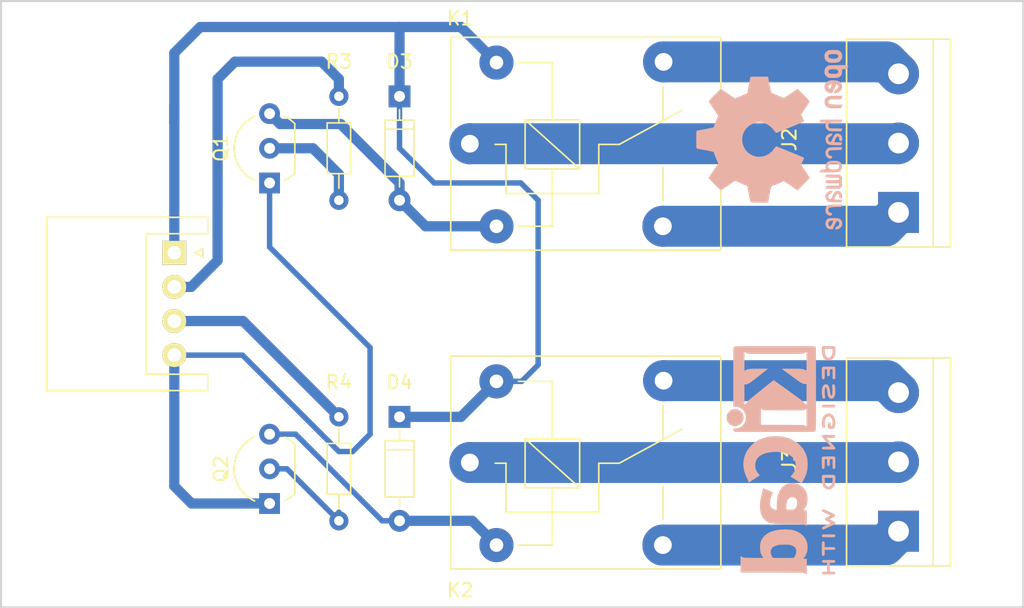
<source format=kicad_pcb>
(kicad_pcb (version 4) (host pcbnew 4.0.7)

  (general
    (links 190)
    (no_connects 70)
    (area 22.149999 65.113809 247.090001 159.311191)
    (thickness 1.6)
    (drawings 36)
    (tracks 68)
    (zones 0)
    (modules 13)
    (nets 15)
  )

  (page A4)
  (layers
    (0 F.Cu signal)
    (31 B.Cu signal)
    (32 B.Adhes user)
    (33 F.Adhes user)
    (34 B.Paste user)
    (35 F.Paste user)
    (36 B.SilkS user hide)
    (37 F.SilkS user hide)
    (38 B.Mask user)
    (39 F.Mask user)
    (40 Dwgs.User user)
    (41 Cmts.User user)
    (42 Eco1.User user)
    (43 Eco2.User user)
    (44 Edge.Cuts user)
    (45 Margin user)
    (46 B.CrtYd user)
    (47 F.CrtYd user)
    (48 B.Fab user)
    (49 F.Fab user hide)
  )

  (setup
    (last_trace_width 0.25)
    (user_trace_width 0.4)
    (user_trace_width 0.75)
    (user_trace_width 3)
    (trace_clearance 0.4)
    (zone_clearance 0.508)
    (zone_45_only no)
    (trace_min 0.2)
    (segment_width 0.2)
    (edge_width 0.15)
    (via_size 0.6)
    (via_drill 0.4)
    (via_min_size 0.4)
    (via_min_drill 0.3)
    (uvia_size 0.3)
    (uvia_drill 0.1)
    (uvias_allowed no)
    (uvia_min_size 0.2)
    (uvia_min_drill 0.1)
    (pcb_text_width 0.3)
    (pcb_text_size 1.5 1.5)
    (mod_edge_width 0.15)
    (mod_text_size 1 1)
    (mod_text_width 0.15)
    (pad_size 1.524 1.524)
    (pad_drill 0.762)
    (pad_to_mask_clearance 0.2)
    (aux_axis_origin 104.14 137.16)
    (visible_elements FFFEFF7F)
    (pcbplotparams
      (layerselection 0x010fc_80000001)
      (usegerberextensions true)
      (excludeedgelayer true)
      (linewidth 0.150000)
      (plotframeref false)
      (viasonmask false)
      (mode 1)
      (useauxorigin true)
      (hpglpennumber 1)
      (hpglpenspeed 20)
      (hpglpendiameter 15)
      (hpglpenoverlay 2)
      (psnegative false)
      (psa4output false)
      (plotreference true)
      (plotvalue false)
      (plotinvisibletext false)
      (padsonsilk false)
      (subtractmaskfromsilk true)
      (outputformat 1)
      (mirror false)
      (drillshape 0)
      (scaleselection 1)
      (outputdirectory ../gerber/relay_2x/))
  )

  (net 0 "")
  (net 1 +5V)
  (net 2 /RELAY1)
  (net 3 /RELAY2)
  (net 4 "Net-(J2-Pad1)")
  (net 5 "Net-(J2-Pad2)")
  (net 6 "Net-(J3-Pad1)")
  (net 7 "Net-(J3-Pad2)")
  (net 8 "Net-(Q1-Pad2)")
  (net 9 GND)
  (net 10 "Net-(Q2-Pad2)")
  (net 11 "Net-(J2-Pad3)")
  (net 12 "Net-(J3-Pad3)")
  (net 13 "Net-(D3-Pad2)")
  (net 14 "Net-(D4-Pad2)")

  (net_class Default "This is the default net class."
    (clearance 0.4)
    (trace_width 0.25)
    (via_dia 0.6)
    (via_drill 0.4)
    (uvia_dia 0.3)
    (uvia_drill 0.1)
    (add_net +5V)
    (add_net /RELAY1)
    (add_net /RELAY2)
    (add_net GND)
    (add_net "Net-(D3-Pad2)")
    (add_net "Net-(D4-Pad2)")
    (add_net "Net-(J2-Pad1)")
    (add_net "Net-(J2-Pad2)")
    (add_net "Net-(J2-Pad3)")
    (add_net "Net-(J3-Pad1)")
    (add_net "Net-(J3-Pad2)")
    (add_net "Net-(J3-Pad3)")
    (add_net "Net-(Q1-Pad2)")
    (add_net "Net-(Q2-Pad2)")
  )

  (module Connectors_Terminal_Blocks:TerminalBlock_bornier-3_P5.08mm (layer F.Cu) (tedit 5A800496) (tstamp 5A8004B5)
    (at 88.011 107.442 90)
    (descr "simple 3-pin terminal block, pitch 5.08mm, revamped version of bornier3")
    (tags "terminal block bornier3")
    (path /5A7CA29A)
    (fp_text reference J3 (at 5.207 -8.001 90) (layer F.SilkS)
      (effects (font (size 1 1) (thickness 0.15)))
    )
    (fp_text value Conn_01x03 (at 5.08 5.08 90) (layer F.Fab)
      (effects (font (size 1 1) (thickness 0.15)))
    )
    (fp_text user %R (at 5.08 0 90) (layer F.Fab)
      (effects (font (size 1 1) (thickness 0.15)))
    )
    (fp_line (start -2.47 2.55) (end 12.63 2.55) (layer F.Fab) (width 0.1))
    (fp_line (start -2.47 -3.75) (end 12.63 -3.75) (layer F.Fab) (width 0.1))
    (fp_line (start 12.63 -3.75) (end 12.63 3.75) (layer F.Fab) (width 0.1))
    (fp_line (start 12.63 3.75) (end -2.47 3.75) (layer F.Fab) (width 0.1))
    (fp_line (start -2.47 3.75) (end -2.47 -3.75) (layer F.Fab) (width 0.1))
    (fp_line (start -2.54 3.81) (end -2.54 -3.81) (layer F.SilkS) (width 0.12))
    (fp_line (start 12.7 3.81) (end 12.7 -3.81) (layer F.SilkS) (width 0.12))
    (fp_line (start -2.54 2.54) (end 12.7 2.54) (layer F.SilkS) (width 0.12))
    (fp_line (start -2.54 -3.81) (end 12.7 -3.81) (layer F.SilkS) (width 0.12))
    (fp_line (start -2.54 3.81) (end 12.7 3.81) (layer F.SilkS) (width 0.12))
    (fp_line (start -2.72 -4) (end 12.88 -4) (layer F.CrtYd) (width 0.05))
    (fp_line (start -2.72 -4) (end -2.72 4) (layer F.CrtYd) (width 0.05))
    (fp_line (start 12.88 4) (end 12.88 -4) (layer F.CrtYd) (width 0.05))
    (fp_line (start 12.88 4) (end -2.72 4) (layer F.CrtYd) (width 0.05))
    (pad 1 thru_hole rect (at 0 0 90) (size 3 3) (drill 1.52) (layers *.Cu *.Mask)
      (net 6 "Net-(J3-Pad1)"))
    (pad 2 thru_hole circle (at 5.08 0 90) (size 3 3) (drill 1.52) (layers *.Cu *.Mask)
      (net 7 "Net-(J3-Pad2)"))
    (pad 3 thru_hole circle (at 10.16 0 90) (size 3 3) (drill 1.52) (layers *.Cu *.Mask)
      (net 12 "Net-(J3-Pad3)"))
    (model ${KISYS3DMOD}/Terminal_Blocks.3dshapes/TerminalBlock_bornier-3_P5.08mm.wrl
      (at (xyz 0.2 0 0))
      (scale (xyz 1 1 1))
      (rotate (xyz 0 0 0))
    )
  )

  (module Connectors_Terminal_Blocks:TerminalBlock_bornier-3_P5.08mm (layer F.Cu) (tedit 59FF03B9) (tstamp 5A7D6674)
    (at 88.011 84.074 90)
    (descr "simple 3-pin terminal block, pitch 5.08mm, revamped version of bornier3")
    (tags "terminal block bornier3")
    (path /5A7DA846)
    (fp_text reference J2 (at 5.334 -8.001 90) (layer F.SilkS)
      (effects (font (size 1 1) (thickness 0.15)))
    )
    (fp_text value Conn_01x03 (at 5.08 5.08 90) (layer F.Fab)
      (effects (font (size 1 1) (thickness 0.15)))
    )
    (fp_text user %R (at 5.08 0 90) (layer F.Fab)
      (effects (font (size 1 1) (thickness 0.15)))
    )
    (fp_line (start -2.47 2.55) (end 12.63 2.55) (layer F.Fab) (width 0.1))
    (fp_line (start -2.47 -3.75) (end 12.63 -3.75) (layer F.Fab) (width 0.1))
    (fp_line (start 12.63 -3.75) (end 12.63 3.75) (layer F.Fab) (width 0.1))
    (fp_line (start 12.63 3.75) (end -2.47 3.75) (layer F.Fab) (width 0.1))
    (fp_line (start -2.47 3.75) (end -2.47 -3.75) (layer F.Fab) (width 0.1))
    (fp_line (start -2.54 3.81) (end -2.54 -3.81) (layer F.SilkS) (width 0.12))
    (fp_line (start 12.7 3.81) (end 12.7 -3.81) (layer F.SilkS) (width 0.12))
    (fp_line (start -2.54 2.54) (end 12.7 2.54) (layer F.SilkS) (width 0.12))
    (fp_line (start -2.54 -3.81) (end 12.7 -3.81) (layer F.SilkS) (width 0.12))
    (fp_line (start -2.54 3.81) (end 12.7 3.81) (layer F.SilkS) (width 0.12))
    (fp_line (start -2.72 -4) (end 12.88 -4) (layer F.CrtYd) (width 0.05))
    (fp_line (start -2.72 -4) (end -2.72 4) (layer F.CrtYd) (width 0.05))
    (fp_line (start 12.88 4) (end 12.88 -4) (layer F.CrtYd) (width 0.05))
    (fp_line (start 12.88 4) (end -2.72 4) (layer F.CrtYd) (width 0.05))
    (pad 1 thru_hole rect (at 0 0 90) (size 3 3) (drill 1.52) (layers *.Cu *.Mask)
      (net 4 "Net-(J2-Pad1)"))
    (pad 2 thru_hole circle (at 5.08 0 90) (size 3 3) (drill 1.52) (layers *.Cu *.Mask)
      (net 5 "Net-(J2-Pad2)"))
    (pad 3 thru_hole circle (at 10.16 0 90) (size 3 3) (drill 1.52) (layers *.Cu *.Mask)
      (net 11 "Net-(J2-Pad3)"))
    (model ${KISYS3DMOD}/Terminal_Blocks.3dshapes/TerminalBlock_bornier-3_P5.08mm.wrl
      (at (xyz 0.2 0 0))
      (scale (xyz 1 1 1))
      (rotate (xyz 0 0 0))
    )
  )

  (module Connectors_JST:JST_XH_S04B-XH-A_04x2.50mm_Angled (layer F.Cu) (tedit 5A805539) (tstamp 5A7D6978)
    (at 34.925 87.035 270)
    (descr "JST XH series connector, S04B-XH-A, side entry type, through hole")
    (tags "connector jst xh tht side horizontal angled 2.50mm")
    (path /5A7A14A2)
    (fp_text reference J1 (at 3.75 -3.5 270) (layer F.SilkS) hide
      (effects (font (size 1 1) (thickness 0.15)))
    )
    (fp_text value Conn_01x04 (at 3.75 10.3 270) (layer F.Fab)
      (effects (font (size 1 1) (thickness 0.15)))
    )
    (fp_line (start -2.45 -2.3) (end -2.45 9.2) (layer F.Fab) (width 0.1))
    (fp_line (start -2.45 9.2) (end 9.95 9.2) (layer F.Fab) (width 0.1))
    (fp_line (start 9.95 9.2) (end 9.95 -2.3) (layer F.Fab) (width 0.1))
    (fp_line (start 9.95 -2.3) (end -2.45 -2.3) (layer F.Fab) (width 0.1))
    (fp_line (start -2.95 -2.8) (end -2.95 9.7) (layer F.CrtYd) (width 0.05))
    (fp_line (start -2.95 9.7) (end 10.45 9.7) (layer F.CrtYd) (width 0.05))
    (fp_line (start 10.45 9.7) (end 10.45 -2.8) (layer F.CrtYd) (width 0.05))
    (fp_line (start 10.45 -2.8) (end -2.95 -2.8) (layer F.CrtYd) (width 0.05))
    (fp_line (start 3.75 9.35) (end -2.6 9.35) (layer F.SilkS) (width 0.12))
    (fp_line (start -2.6 9.35) (end -2.6 -2.45) (layer F.SilkS) (width 0.12))
    (fp_line (start -2.6 -2.45) (end -1.4 -2.45) (layer F.SilkS) (width 0.12))
    (fp_line (start -1.4 -2.45) (end -1.4 2.05) (layer F.SilkS) (width 0.12))
    (fp_line (start -1.4 2.05) (end 3.75 2.05) (layer F.SilkS) (width 0.12))
    (fp_line (start 3.75 9.35) (end 10.1 9.35) (layer F.SilkS) (width 0.12))
    (fp_line (start 10.1 9.35) (end 10.1 -2.45) (layer F.SilkS) (width 0.12))
    (fp_line (start 10.1 -2.45) (end 8.9 -2.45) (layer F.SilkS) (width 0.12))
    (fp_line (start 8.9 -2.45) (end 8.9 2.05) (layer F.SilkS) (width 0.12))
    (fp_line (start 8.9 2.05) (end 3.75 2.05) (layer F.SilkS) (width 0.12))
    (fp_line (start -0.25 3.45) (end -0.25 8.7) (layer F.Fab) (width 0.1))
    (fp_line (start -0.25 8.7) (end 0.25 8.7) (layer F.Fab) (width 0.1))
    (fp_line (start 0.25 8.7) (end 0.25 3.45) (layer F.Fab) (width 0.1))
    (fp_line (start 0.25 3.45) (end -0.25 3.45) (layer F.Fab) (width 0.1))
    (fp_line (start 2.25 3.45) (end 2.25 8.7) (layer F.Fab) (width 0.1))
    (fp_line (start 2.25 8.7) (end 2.75 8.7) (layer F.Fab) (width 0.1))
    (fp_line (start 2.75 8.7) (end 2.75 3.45) (layer F.Fab) (width 0.1))
    (fp_line (start 2.75 3.45) (end 2.25 3.45) (layer F.Fab) (width 0.1))
    (fp_line (start 4.75 3.45) (end 4.75 8.7) (layer F.Fab) (width 0.1))
    (fp_line (start 4.75 8.7) (end 5.25 8.7) (layer F.Fab) (width 0.1))
    (fp_line (start 5.25 8.7) (end 5.25 3.45) (layer F.Fab) (width 0.1))
    (fp_line (start 5.25 3.45) (end 4.75 3.45) (layer F.Fab) (width 0.1))
    (fp_line (start 7.25 3.45) (end 7.25 8.7) (layer F.Fab) (width 0.1))
    (fp_line (start 7.25 8.7) (end 7.75 8.7) (layer F.Fab) (width 0.1))
    (fp_line (start 7.75 8.7) (end 7.75 3.45) (layer F.Fab) (width 0.1))
    (fp_line (start 7.75 3.45) (end 7.25 3.45) (layer F.Fab) (width 0.1))
    (fp_line (start 0 -1.5) (end -0.3 -2.1) (layer F.SilkS) (width 0.12))
    (fp_line (start -0.3 -2.1) (end 0.3 -2.1) (layer F.SilkS) (width 0.12))
    (fp_line (start 0.3 -2.1) (end 0 -1.5) (layer F.SilkS) (width 0.12))
    (fp_line (start 0 -1.5) (end -0.3 -2.1) (layer F.Fab) (width 0.1))
    (fp_line (start -0.3 -2.1) (end 0.3 -2.1) (layer F.Fab) (width 0.1))
    (fp_line (start 0.3 -2.1) (end 0 -1.5) (layer F.Fab) (width 0.1))
    (fp_text user %R (at 3.75 2.25 270) (layer F.Fab)
      (effects (font (size 1 1) (thickness 0.15)))
    )
    (pad 1 thru_hole rect (at 0 0 270) (size 1.75 1.75) (drill 1) (layers *.Cu *.Mask F.SilkS)
      (net 1 +5V))
    (pad 2 thru_hole circle (at 2.5 0 270) (size 1.75 1.75) (drill 1) (layers *.Cu *.Mask F.SilkS)
      (net 2 /RELAY1))
    (pad 3 thru_hole circle (at 5 0 270) (size 1.75 1.75) (drill 1) (layers *.Cu *.Mask F.SilkS)
      (net 3 /RELAY2))
    (pad 4 thru_hole circle (at 7.5 0 270) (size 1.75 1.75) (drill 1) (layers *.Cu *.Mask F.SilkS)
      (net 9 GND))
    (model Connectors_JST.3dshapes/JST_XH_S04B-XH-A_04x2.50mm_Angled.wrl
      (at (xyz 0 0 0))
      (scale (xyz 1 1 1))
      (rotate (xyz 0 0 0))
    )
  )

  (module Symbols:KiCad-Logo2_8mm_SilkScreen locked (layer B.Cu) (tedit 0) (tstamp 5A9A01B8)
    (at 79.375 102.235 270)
    (descr "KiCad Logo")
    (tags "Logo KiCad")
    (attr virtual)
    (fp_text reference REF*** (at 0 0 270) (layer B.SilkS) hide
      (effects (font (size 1 1) (thickness 0.15)) (justify mirror))
    )
    (fp_text value KiCad-Logo2_8mm_SilkScreen (at 0.75 0 270) (layer B.Fab) hide
      (effects (font (size 1 1) (thickness 0.15)) (justify mirror))
    )
    (fp_poly (pts (xy -8.149754 -3.020945) (xy -8.097189 -3.02148) (xy -7.943165 -3.025196) (xy -7.814171 -3.036235)
      (xy -7.705809 -3.055782) (xy -7.613684 -3.085019) (xy -7.533399 -3.125133) (xy -7.460558 -3.177305)
      (xy -7.434541 -3.199969) (xy -7.391383 -3.252998) (xy -7.352467 -3.324957) (xy -7.322473 -3.40472)
      (xy -7.306081 -3.481161) (xy -7.304378 -3.509408) (xy -7.315051 -3.58771) (xy -7.343653 -3.673241)
      (xy -7.385057 -3.754199) (xy -7.434141 -3.818782) (xy -7.442113 -3.826574) (xy -7.509646 -3.881344)
      (xy -7.583598 -3.924099) (xy -7.668234 -3.955959) (xy -7.767817 -3.978044) (xy -7.886612 -3.991474)
      (xy -8.02888 -3.99737) (xy -8.094046 -3.99787) (xy -8.176901 -3.997471) (xy -8.235169 -3.995802)
      (xy -8.274316 -3.992158) (xy -8.299809 -3.985829) (xy -8.317114 -3.97611) (xy -8.32639 -3.96781)
      (xy -8.335152 -3.957728) (xy -8.342025 -3.944721) (xy -8.347238 -3.925305) (xy -8.351019 -3.895996)
      (xy -8.353597 -3.853309) (xy -8.3552 -3.793761) (xy -8.356057 -3.713866) (xy -8.356397 -3.610141)
      (xy -8.356449 -3.509408) (xy -8.35678 -3.375055) (xy -8.356708 -3.267728) (xy -8.35543 -3.216331)
      (xy -8.161065 -3.216331) (xy -8.161065 -3.802485) (xy -8.037071 -3.802371) (xy -7.962461 -3.800232)
      (xy -7.884318 -3.794719) (xy -7.81912 -3.787008) (xy -7.817136 -3.786691) (xy -7.711763 -3.761214)
      (xy -7.630032 -3.721536) (xy -7.567862 -3.665074) (xy -7.52836 -3.603942) (xy -7.50402 -3.536129)
      (xy -7.505907 -3.472455) (xy -7.534155 -3.404201) (xy -7.589408 -3.333592) (xy -7.665973 -3.281271)
      (xy -7.765495 -3.246299) (xy -7.832007 -3.233922) (xy -7.907507 -3.22523) (xy -7.987525 -3.21894)
      (xy -8.055584 -3.216324) (xy -8.059615 -3.216312) (xy -8.161065 -3.216331) (xy -8.35543 -3.216331)
      (xy -8.354636 -3.184417) (xy -8.348961 -3.122115) (xy -8.338087 -3.077811) (xy -8.320414 -3.048496)
      (xy -8.294343 -3.031161) (xy -8.258275 -3.022797) (xy -8.210612 -3.020395) (xy -8.149754 -3.020945)) (layer B.SilkS) (width 0.01))
    (fp_poly (pts (xy -6.27443 -3.021052) (xy -6.182022 -3.021548) (xy -6.112273 -3.022701) (xy -6.061483 -3.02478)
      (xy -6.025951 -3.028051) (xy -6.001978 -3.032783) (xy -5.985864 -3.039243) (xy -5.973909 -3.047699)
      (xy -5.969579 -3.051591) (xy -5.943251 -3.09294) (xy -5.938511 -3.140452) (xy -5.95583 -3.182631)
      (xy -5.963839 -3.191156) (xy -5.976792 -3.199421) (xy -5.997648 -3.205797) (xy -6.030276 -3.210595)
      (xy -6.078542 -3.214124) (xy -6.146314 -3.216694) (xy -6.23746 -3.218617) (xy -6.320791 -3.219787)
      (xy -6.650592 -3.223846) (xy -6.659606 -3.396686) (xy -6.435742 -3.396686) (xy -6.338554 -3.397525)
      (xy -6.267403 -3.401032) (xy -6.218291 -3.408695) (xy -6.187217 -3.422003) (xy -6.170184 -3.442441)
      (xy -6.163192 -3.471499) (xy -6.16213 -3.498467) (xy -6.16543 -3.531557) (xy -6.177883 -3.55594)
      (xy -6.20332 -3.572889) (xy -6.245571 -3.583679) (xy -6.308466 -3.589584) (xy -6.395835 -3.591877)
      (xy -6.443521 -3.592071) (xy -6.658106 -3.592071) (xy -6.658106 -3.802485) (xy -6.327455 -3.802485)
      (xy -6.21907 -3.802636) (xy -6.136697 -3.803314) (xy -6.076289 -3.804856) (xy -6.033799 -3.807599)
      (xy -6.005181 -3.811881) (xy -5.986388 -3.818039) (xy -5.973374 -3.826409) (xy -5.966745 -3.832544)
      (xy -5.944007 -3.868349) (xy -5.936686 -3.900177) (xy -5.947139 -3.939054) (xy -5.966745 -3.96781)
      (xy -5.977205 -3.976863) (xy -5.990708 -3.983893) (xy -6.010886 -3.989154) (xy -6.041371 -3.992901)
      (xy -6.085795 -3.99539) (xy -6.147791 -3.996875) (xy -6.230991 -3.997611) (xy -6.339027 -3.997854)
      (xy -6.395089 -3.99787) (xy -6.515144 -3.997763) (xy -6.608774 -3.997275) (xy -6.679609 -3.996149)
      (xy -6.731281 -3.994131) (xy -6.767423 -3.990966) (xy -6.791668 -3.986399) (xy -6.807647 -3.980176)
      (xy -6.818993 -3.97204) (xy -6.823432 -3.96781) (xy -6.832217 -3.957696) (xy -6.839104 -3.944648)
      (xy -6.844321 -3.92517) (xy -6.848099 -3.895764) (xy -6.85067 -3.852934) (xy -6.852264 -3.793184)
      (xy -6.853111 -3.713017) (xy -6.853442 -3.608937) (xy -6.853491 -3.512028) (xy -6.853446 -3.387923)
      (xy -6.853134 -3.290366) (xy -6.852288 -3.215846) (xy -6.850642 -3.160851) (xy -6.847929 -3.12187)
      (xy -6.843883 -3.095393) (xy -6.838237 -3.077906) (xy -6.830726 -3.0659) (xy -6.821082 -3.055863)
      (xy -6.818706 -3.053626) (xy -6.807175 -3.043719) (xy -6.793778 -3.036048) (xy -6.774796 -3.030326)
      (xy -6.746515 -3.026268) (xy -6.705218 -3.023588) (xy -6.647188 -3.022002) (xy -6.568709 -3.021224)
      (xy -6.466066 -3.020968) (xy -6.393196 -3.020946) (xy -6.27443 -3.021052)) (layer B.SilkS) (width 0.01))
    (fp_poly (pts (xy -4.914988 -3.022657) (xy -4.815383 -3.02962) (xy -4.722744 -3.040495) (xy -4.642458 -3.054874)
      (xy -4.579908 -3.072346) (xy -4.540481 -3.092502) (xy -4.534429 -3.098435) (xy -4.513384 -3.144475)
      (xy -4.519766 -3.19174) (xy -4.552407 -3.232178) (xy -4.553964 -3.233337) (xy -4.573163 -3.245797)
      (xy -4.593205 -3.252349) (xy -4.62116 -3.253144) (xy -4.664099 -3.248336) (xy -4.729091 -3.238075)
      (xy -4.734319 -3.237211) (xy -4.831161 -3.225314) (xy -4.935644 -3.219445) (xy -5.040435 -3.219388)
      (xy -5.138202 -3.224927) (xy -5.221612 -3.235845) (xy -5.283333 -3.251925) (xy -5.287388 -3.253541)
      (xy -5.332164 -3.278629) (xy -5.347896 -3.304018) (xy -5.33558 -3.328987) (xy -5.296215 -3.352816)
      (xy -5.230798 -3.374782) (xy -5.140326 -3.394166) (xy -5.08 -3.403498) (xy -4.9546 -3.421449)
      (xy -4.854865 -3.437859) (xy -4.776546 -3.454148) (xy -4.715393 -3.471738) (xy -4.667159 -3.492049)
      (xy -4.627595 -3.516503) (xy -4.592452 -3.54652) (xy -4.564211 -3.575996) (xy -4.530708 -3.617067)
      (xy -4.514219 -3.652382) (xy -4.509063 -3.695893) (xy -4.508876 -3.711828) (xy -4.512748 -3.764705)
      (xy -4.528227 -3.804043) (xy -4.555015 -3.83896) (xy -4.609459 -3.892334) (xy -4.67017 -3.933038)
      (xy -4.741658 -3.9624) (xy -4.828436 -3.981747) (xy -4.935014 -3.992406) (xy -5.065903 -3.995705)
      (xy -5.087515 -3.995649) (xy -5.174798 -3.99384) (xy -5.261359 -3.989729) (xy -5.337762 -3.983906)
      (xy -5.39457 -3.976961) (xy -5.399164 -3.976164) (xy -5.455645 -3.962784) (xy -5.503552 -3.945882)
      (xy -5.530673 -3.930431) (xy -5.555911 -3.889666) (xy -5.557669 -3.842198) (xy -5.535912 -3.799895)
      (xy -5.531044 -3.795112) (xy -5.510922 -3.780899) (xy -5.485758 -3.774776) (xy -5.446813 -3.775818)
      (xy -5.399535 -3.781234) (xy -5.346705 -3.786073) (xy -5.272648 -3.790155) (xy -5.186191 -3.793118)
      (xy -5.096163 -3.794597) (xy -5.072485 -3.794694) (xy -4.982122 -3.79433) (xy -4.915989 -3.792576)
      (xy -4.868267 -3.788823) (xy -4.833138 -3.782463) (xy -4.804782 -3.772887) (xy -4.787741 -3.764911)
      (xy -4.750296 -3.742765) (xy -4.726421 -3.722708) (xy -4.722932 -3.717023) (xy -4.730293 -3.693545)
      (xy -4.765287 -3.670817) (xy -4.825488 -3.64987) (xy -4.908471 -3.631736) (xy -4.93292 -3.627697)
      (xy -5.060622 -3.607639) (xy -5.16254 -3.590874) (xy -5.242606 -3.576183) (xy -5.304754 -3.562348)
      (xy -5.352918 -3.548151) (xy -5.391032 -3.532373) (xy -5.42303 -3.513796) (xy -5.452844 -3.491202)
      (xy -5.48441 -3.463373) (xy -5.495032 -3.453616) (xy -5.532273 -3.417202) (xy -5.551987 -3.388352)
      (xy -5.559699 -3.355338) (xy -5.560947 -3.313735) (xy -5.547215 -3.232151) (xy -5.506178 -3.162834)
      (xy -5.43807 -3.106008) (xy -5.343127 -3.061897) (xy -5.275384 -3.042112) (xy -5.201759 -3.029333)
      (xy -5.113561 -3.022104) (xy -5.016176 -3.020015) (xy -4.914988 -3.022657)) (layer B.SilkS) (width 0.01))
    (fp_poly (pts (xy -3.892663 -3.051006) (xy -3.883901 -3.061088) (xy -3.877028 -3.074095) (xy -3.871815 -3.093511)
      (xy -3.868034 -3.12282) (xy -3.865456 -3.165507) (xy -3.863853 -3.225055) (xy -3.862995 -3.30495)
      (xy -3.862656 -3.408676) (xy -3.862603 -3.509408) (xy -3.862696 -3.634352) (xy -3.863127 -3.732721)
      (xy -3.864123 -3.808001) (xy -3.865915 -3.863674) (xy -3.868729 -3.903226) (xy -3.872796 -3.930141)
      (xy -3.878342 -3.947903) (xy -3.885597 -3.959997) (xy -3.892663 -3.96781) (xy -3.936602 -3.994012)
      (xy -3.98342 -3.991661) (xy -4.025309 -3.963084) (xy -4.034934 -3.951927) (xy -4.042455 -3.938983)
      (xy -4.048134 -3.920672) (xy -4.052227 -3.893418) (xy -4.054995 -3.85364) (xy -4.056696 -3.797762)
      (xy -4.057589 -3.722204) (xy -4.057933 -3.623388) (xy -4.057988 -3.511514) (xy -4.057988 -3.094728)
      (xy -4.021097 -3.057837) (xy -3.975625 -3.0268) (xy -3.931516 -3.025681) (xy -3.892663 -3.051006)) (layer B.SilkS) (width 0.01))
    (fp_poly (pts (xy -2.596262 -3.028312) (xy -2.505041 -3.043618) (xy -2.434982 -3.067411) (xy -2.389404 -3.09874)
      (xy -2.376984 -3.116614) (xy -2.364354 -3.158185) (xy -2.372853 -3.195792) (xy -2.399685 -3.231455)
      (xy -2.441376 -3.248139) (xy -2.50187 -3.246784) (xy -2.548659 -3.237745) (xy -2.652628 -3.220523)
      (xy -2.75888 -3.218887) (xy -2.877809 -3.232865) (xy -2.91066 -3.238788) (xy -3.021245 -3.269967)
      (xy -3.107759 -3.316346) (xy -3.169253 -3.377135) (xy -3.204778 -3.451544) (xy -3.212125 -3.490014)
      (xy -3.207316 -3.568063) (xy -3.176266 -3.637117) (xy -3.121806 -3.695829) (xy -3.046764 -3.742853)
      (xy -2.95397 -3.776843) (xy -2.846252 -3.796454) (xy -2.726441 -3.800341) (xy -2.597365 -3.787156)
      (xy -2.590077 -3.785912) (xy -2.538738 -3.77635) (xy -2.510272 -3.767114) (xy -2.497934 -3.753409)
      (xy -2.494978 -3.730442) (xy -2.494911 -3.718279) (xy -2.494911 -3.667219) (xy -2.586077 -3.667219)
      (xy -2.666582 -3.661704) (xy -2.721521 -3.64413) (xy -2.753486 -3.612953) (xy -2.765072 -3.56663)
      (xy -2.765213 -3.560584) (xy -2.758435 -3.520989) (xy -2.735191 -3.492717) (xy -2.69193 -3.474007)
      (xy -2.625101 -3.4631) (xy -2.56037 -3.45909) (xy -2.466287 -3.456789) (xy -2.398044 -3.4603)
      (xy -2.351501 -3.473255) (xy -2.322518 -3.499286) (xy -2.306955 -3.542027) (xy -2.300671 -3.60511)
      (xy -2.299526 -3.687964) (xy -2.301402 -3.780446) (xy -2.307046 -3.843354) (xy -2.316482 -3.876939)
      (xy -2.318313 -3.879569) (xy -2.370125 -3.921534) (xy -2.44609 -3.954768) (xy -2.541392 -3.978559)
      (xy -2.651216 -3.992199) (xy -2.770746 -3.994978) (xy -2.895166 -3.986185) (xy -2.968343 -3.975385)
      (xy -3.08312 -3.942898) (xy -3.189796 -3.889786) (xy -3.279111 -3.820855) (xy -3.292686 -3.807078)
      (xy -3.336792 -3.749158) (xy -3.376589 -3.677376) (xy -3.407427 -3.602119) (xy -3.424657 -3.533777)
      (xy -3.426734 -3.507529) (xy -3.417893 -3.452777) (xy -3.394395 -3.384655) (xy -3.360749 -3.31295)
      (xy -3.321464 -3.247449) (xy -3.286755 -3.203698) (xy -3.205603 -3.138619) (xy -3.100698 -3.086821)
      (xy -2.9758 -3.049474) (xy -2.834667 -3.027753) (xy -2.705325 -3.022445) (xy -2.596262 -3.028312)) (layer B.SilkS) (width 0.01))
    (fp_poly (pts (xy -1.73092 -3.02678) (xy -1.699545 -3.045185) (xy -1.658522 -3.075285) (xy -1.605724 -3.118496)
      (xy -1.539025 -3.176238) (xy -1.456299 -3.249928) (xy -1.35542 -3.340984) (xy -1.239941 -3.445674)
      (xy -0.999467 -3.663743) (xy -0.991952 -3.371044) (xy -0.989239 -3.27029) (xy -0.986622 -3.195258)
      (xy -0.98352 -3.14162) (xy -0.979356 -3.105046) (xy -0.973551 -3.081207) (xy -0.965524 -3.065774)
      (xy -0.954697 -3.054418) (xy -0.948956 -3.049646) (xy -0.902983 -3.024413) (xy -0.859237 -3.028102)
      (xy -0.824535 -3.049659) (xy -0.789053 -3.078371) (xy -0.78464 -3.497686) (xy -0.783419 -3.621007)
      (xy -0.782797 -3.717884) (xy -0.78299 -3.79193) (xy -0.784214 -3.846757) (xy -0.786684 -3.885979)
      (xy -0.790614 -3.913209) (xy -0.79622 -3.932059) (xy -0.803718 -3.946141) (xy -0.812033 -3.957435)
      (xy -0.830022 -3.978382) (xy -0.847921 -3.992267) (xy -0.868212 -3.997596) (xy -0.893378 -3.992876)
      (xy -0.9259 -3.976613) (xy -0.968263 -3.947313) (xy -1.022948 -3.903482) (xy -1.092437 -3.843627)
      (xy -1.179215 -3.766254) (xy -1.277515 -3.67735) (xy -1.63071 -3.356971) (xy -1.638225 -3.648713)
      (xy -1.640943 -3.749283) (xy -1.643567 -3.82414) (xy -1.646679 -3.87762) (xy -1.650862 -3.914062)
      (xy -1.656697 -3.937804) (xy -1.664766 -3.953182) (xy -1.675651 -3.964536) (xy -1.681221 -3.969162)
      (xy -1.730456 -3.994578) (xy -1.776977 -3.990745) (xy -1.817489 -3.958269) (xy -1.826756 -3.945203)
      (xy -1.833979 -3.929945) (xy -1.839412 -3.908832) (xy -1.843308 -3.878205) (xy -1.845921 -3.834402)
      (xy -1.847507 -3.773763) (xy -1.848318 -3.692627) (xy -1.848608 -3.587333) (xy -1.848639 -3.509408)
      (xy -1.848541 -3.387524) (xy -1.848079 -3.292039) (xy -1.846997 -3.219291) (xy -1.845043 -3.165619)
      (xy -1.841962 -3.127363) (xy -1.8375 -3.100863) (xy -1.831403 -3.082456) (xy -1.823417 -3.068484)
      (xy -1.817489 -3.060547) (xy -1.802462 -3.041748) (xy -1.788418 -3.027553) (xy -1.77323 -3.019382)
      (xy -1.754773 -3.018652) (xy -1.73092 -3.02678)) (layer B.SilkS) (width 0.01))
    (fp_poly (pts (xy 0.30667 -3.021203) (xy 0.408331 -3.02242) (xy 0.486236 -3.025266) (xy 0.543535 -3.03041)
      (xy 0.583381 -3.03852) (xy 0.608922 -3.050267) (xy 0.623311 -3.066318) (xy 0.629699 -3.087344)
      (xy 0.631235 -3.114012) (xy 0.631243 -3.117162) (xy 0.629909 -3.147326) (xy 0.623605 -3.170639)
      (xy 0.608876 -3.188042) (xy 0.582269 -3.200476) (xy 0.540328 -3.208881) (xy 0.4796 -3.214201)
      (xy 0.39663 -3.217375) (xy 0.287965 -3.219345) (xy 0.254659 -3.219781) (xy -0.067633 -3.223846)
      (xy -0.07214 -3.310266) (xy -0.076648 -3.396686) (xy 0.147217 -3.396686) (xy 0.234675 -3.397009)
      (xy 0.297123 -3.398373) (xy 0.339608 -3.401375) (xy 0.367177 -3.406609) (xy 0.384876 -3.414671)
      (xy 0.397751 -3.426156) (xy 0.397834 -3.426247) (xy 0.421184 -3.471007) (xy 0.42034 -3.519383)
      (xy 0.395833 -3.560622) (xy 0.390983 -3.564861) (xy 0.373769 -3.575785) (xy 0.35018 -3.583385)
      (xy 0.314961 -3.588233) (xy 0.262854 -3.590902) (xy 0.188604 -3.591964) (xy 0.141116 -3.592071)
      (xy -0.075148 -3.592071) (xy -0.075148 -3.802485) (xy 0.253174 -3.802485) (xy 0.361572 -3.802675)
      (xy 0.443889 -3.80345) (xy 0.504103 -3.80512) (xy 0.546189 -3.807994) (xy 0.574125 -3.812383)
      (xy 0.591888 -3.818595) (xy 0.603454 -3.82694) (xy 0.606369 -3.82997) (xy 0.62789 -3.87197)
      (xy 0.629464 -3.91975) (xy 0.611809 -3.961178) (xy 0.597839 -3.974473) (xy 0.583308 -3.981792)
      (xy 0.560792 -3.987455) (xy 0.52673 -3.991659) (xy 0.477561 -3.994604) (xy 0.409722 -3.996487)
      (xy 0.319652 -3.997506) (xy 0.203791 -3.997861) (xy 0.177597 -3.99787) (xy 0.059793 -3.997792)
      (xy -0.03165 -3.997367) (xy -0.100432 -3.996302) (xy -0.15025 -3.994305) (xy -0.184806 -3.991086)
      (xy -0.207796 -3.986352) (xy -0.22292 -3.979813) (xy -0.233877 -3.971177) (xy -0.239888 -3.964976)
      (xy -0.248936 -3.953993) (xy -0.256004 -3.940388) (xy -0.261337 -3.920592) (xy -0.265178 -3.891038)
      (xy -0.267771 -3.848157) (xy -0.269359 -3.788381) (xy -0.270185 -3.708143) (xy -0.270494 -3.603875)
      (xy -0.270532 -3.516116) (xy -0.270438 -3.393144) (xy -0.269989 -3.296605) (xy -0.268938 -3.222875)
      (xy -0.267036 -3.168326) (xy -0.264037 -3.129335) (xy -0.259691 -3.102275) (xy -0.253752 -3.08352)
      (xy -0.245971 -3.069446) (xy -0.239382 -3.060547) (xy -0.208232 -3.020946) (xy 0.178102 -3.020946)
      (xy 0.30667 -3.021203)) (layer B.SilkS) (width 0.01))
    (fp_poly (pts (xy 1.355737 -3.021223) (xy 1.527455 -3.027029) (xy 1.673509 -3.044637) (xy 1.796307 -3.075099)
      (xy 1.898257 -3.119471) (xy 1.981768 -3.178807) (xy 2.049247 -3.25416) (xy 2.103103 -3.346586)
      (xy 2.104162 -3.34884) (xy 2.136303 -3.43156) (xy 2.147755 -3.50482) (xy 2.138474 -3.578548)
      (xy 2.108415 -3.662671) (xy 2.102715 -3.675473) (xy 2.063839 -3.750398) (xy 2.020149 -3.808293)
      (xy 1.96376 -3.857508) (xy 1.886792 -3.906393) (xy 1.88232 -3.908945) (xy 1.815317 -3.941131)
      (xy 1.739585 -3.965168) (xy 1.650258 -3.981887) (xy 1.542469 -3.992115) (xy 1.411352 -3.996682)
      (xy 1.365026 -3.997079) (xy 1.14443 -3.99787) (xy 1.11328 -3.958269) (xy 1.10404 -3.945247)
      (xy 1.096832 -3.93004) (xy 1.091404 -3.909002) (xy 1.087505 -3.878486) (xy 1.084883 -3.834847)
      (xy 1.084028 -3.802485) (xy 1.292545 -3.802485) (xy 1.417536 -3.802485) (xy 1.490677 -3.800346)
      (xy 1.565761 -3.794717) (xy 1.627384 -3.786779) (xy 1.631103 -3.786111) (xy 1.740553 -3.756748)
      (xy 1.825448 -3.712633) (xy 1.888472 -3.651719) (xy 1.932314 -3.57196) (xy 1.939937 -3.55082)
      (xy 1.94741 -3.517898) (xy 1.944175 -3.485372) (xy 1.928433 -3.4421) (xy 1.918944 -3.420843)
      (xy 1.887871 -3.364356) (xy 1.850433 -3.324727) (xy 1.809241 -3.29713) (xy 1.72673 -3.261218)
      (xy 1.621133 -3.235204) (xy 1.498118 -3.220224) (xy 1.409024 -3.216928) (xy 1.292545 -3.216331)
      (xy 1.292545 -3.802485) (xy 1.084028 -3.802485) (xy 1.083286 -3.774436) (xy 1.082464 -3.693608)
      (xy 1.082164 -3.588717) (xy 1.08213 -3.506698) (xy 1.08213 -3.094728) (xy 1.119021 -3.057837)
      (xy 1.135394 -3.042884) (xy 1.153097 -3.032644) (xy 1.177819 -3.026237) (xy 1.215248 -3.022783)
      (xy 1.271073 -3.021403) (xy 1.350982 -3.021217) (xy 1.355737 -3.021223)) (layer B.SilkS) (width 0.01))
    (fp_poly (pts (xy 4.985501 -3.023566) (xy 5.011582 -3.032886) (xy 5.012588 -3.033342) (xy 5.048006 -3.06037)
      (xy 5.06752 -3.088172) (xy 5.071338 -3.101208) (xy 5.071149 -3.118528) (xy 5.065776 -3.143203)
      (xy 5.054042 -3.1783) (xy 5.034767 -3.226889) (xy 5.006776 -3.292038) (xy 4.96889 -3.376817)
      (xy 4.919932 -3.484295) (xy 4.892985 -3.543039) (xy 4.844324 -3.647909) (xy 4.798644 -3.74435)
      (xy 4.757688 -3.828834) (xy 4.7232 -3.897836) (xy 4.696923 -3.94783) (xy 4.6806 -3.97529)
      (xy 4.67737 -3.979083) (xy 4.636043 -3.995816) (xy 4.589363 -3.993575) (xy 4.551924 -3.973223)
      (xy 4.550398 -3.971568) (xy 4.535505 -3.949022) (xy 4.510523 -3.905107) (xy 4.478533 -3.845476)
      (xy 4.442614 -3.775782) (xy 4.429706 -3.750099) (xy 4.332268 -3.554933) (xy 4.22606 -3.766943)
      (xy 4.188151 -3.840197) (xy 4.152981 -3.903726) (xy 4.123422 -3.952667) (xy 4.102348 -3.982158)
      (xy 4.095206 -3.988412) (xy 4.039692 -3.996881) (xy 3.993883 -3.979083) (xy 3.980408 -3.960061)
      (xy 3.95709 -3.917785) (xy 3.925831 -3.856416) (xy 3.888534 -3.780112) (xy 3.8471 -3.693035)
      (xy 3.803432 -3.599343) (xy 3.759432 -3.503197) (xy 3.717002 -3.408757) (xy 3.678044 -3.320181)
      (xy 3.644461 -3.241632) (xy 3.618155 -3.177267) (xy 3.601028 -3.131247) (xy 3.594983 -3.107733)
      (xy 3.595045 -3.106881) (xy 3.609754 -3.077292) (xy 3.639156 -3.047156) (xy 3.640887 -3.045844)
      (xy 3.677024 -3.025418) (xy 3.710448 -3.025616) (xy 3.722976 -3.029467) (xy 3.738241 -3.037789)
      (xy 3.754452 -3.054161) (xy 3.773553 -3.081978) (xy 3.797489 -3.124636) (xy 3.828205 -3.185531)
      (xy 3.867645 -3.268061) (xy 3.903212 -3.344243) (xy 3.944131 -3.43255) (xy 3.980798 -3.511962)
      (xy 4.011308 -3.578332) (xy 4.033756 -3.627511) (xy 4.046237 -3.655349) (xy 4.048057 -3.659704)
      (xy 4.056244 -3.652585) (xy 4.075059 -3.622777) (xy 4.102 -3.574632) (xy 4.134562 -3.512499)
      (xy 4.14752 -3.486864) (xy 4.191414 -3.400301) (xy 4.225265 -3.337261) (xy 4.251851 -3.294078)
      (xy 4.273949 -3.267088) (xy 4.294338 -3.252624) (xy 4.315794 -3.247023) (xy 4.329777 -3.24639)
      (xy 4.354442 -3.248576) (xy 4.376056 -3.257615) (xy 4.397532 -3.277233) (xy 4.421784 -3.311153)
      (xy 4.451724 -3.363098) (xy 4.490267 -3.436794) (xy 4.511532 -3.478716) (xy 4.546026 -3.54553)
      (xy 4.57611 -3.600937) (xy 4.599131 -3.640263) (xy 4.612434 -3.658832) (xy 4.614243 -3.659605)
      (xy 4.622834 -3.644991) (xy 4.642068 -3.607043) (xy 4.670019 -3.549732) (xy 4.704761 -3.477032)
      (xy 4.744367 -3.392912) (xy 4.76385 -3.35113) (xy 4.814534 -3.243299) (xy 4.855347 -3.160326)
      (xy 4.888408 -3.099502) (xy 4.915835 -3.058121) (xy 4.939746 -3.033476) (xy 4.962262 -3.02286)
      (xy 4.985501 -3.023566)) (layer B.SilkS) (width 0.01))
    (fp_poly (pts (xy 5.576558 -3.030013) (xy 5.608128 -3.049678) (xy 5.64361 -3.078409) (xy 5.64361 -3.506502)
      (xy 5.643497 -3.631726) (xy 5.643013 -3.730383) (xy 5.64194 -3.805966) (xy 5.640062 -3.861969)
      (xy 5.63716 -3.901883) (xy 5.633017 -3.929202) (xy 5.627416 -3.947417) (xy 5.620139 -3.960022)
      (xy 5.614978 -3.966232) (xy 5.573122 -3.993516) (xy 5.525459 -3.992403) (xy 5.483707 -3.969138)
      (xy 5.448225 -3.940407) (xy 5.448225 -3.078409) (xy 5.483707 -3.049678) (xy 5.517952 -3.028778)
      (xy 5.545917 -3.020946) (xy 5.576558 -3.030013)) (layer B.SilkS) (width 0.01))
    (fp_poly (pts (xy 6.607631 -3.021075) (xy 6.712419 -3.021579) (xy 6.793753 -3.022632) (xy 6.854934 -3.024412)
      (xy 6.899265 -3.027093) (xy 6.930048 -3.03085) (xy 6.950585 -3.035861) (xy 6.964179 -3.042299)
      (xy 6.970757 -3.047248) (xy 7.004898 -3.090565) (xy 7.009028 -3.135539) (xy 6.98793 -3.176396)
      (xy 6.974133 -3.192722) (xy 6.959286 -3.203854) (xy 6.937769 -3.210786) (xy 6.903962 -3.214513)
      (xy 6.852246 -3.21603) (xy 6.777001 -3.21633) (xy 6.762223 -3.216331) (xy 6.567929 -3.216331)
      (xy 6.567929 -3.577041) (xy 6.567801 -3.690737) (xy 6.56722 -3.778221) (xy 6.56589 -3.843338)
      (xy 6.563514 -3.889934) (xy 6.559798 -3.921855) (xy 6.554446 -3.942948) (xy 6.547161 -3.957059)
      (xy 6.53787 -3.96781) (xy 6.494025 -3.994232) (xy 6.448254 -3.99215) (xy 6.406744 -3.962005)
      (xy 6.403695 -3.958269) (xy 6.393766 -3.944146) (xy 6.386202 -3.927622) (xy 6.380683 -3.904682)
      (xy 6.376887 -3.871309) (xy 6.374496 -3.823491) (xy 6.373188 -3.75721) (xy 6.372645 -3.668454)
      (xy 6.372545 -3.567499) (xy 6.372545 -3.216331) (xy 6.187004 -3.216331) (xy 6.107381 -3.215792)
      (xy 6.052258 -3.213693) (xy 6.016086 -3.209307) (xy 5.993316 -3.201912) (xy 5.978401 -3.190781)
      (xy 5.97659 -3.188846) (xy 5.954812 -3.144593) (xy 5.956738 -3.094565) (xy 5.981775 -3.051006)
      (xy 5.991458 -3.042556) (xy 6.003942 -3.035857) (xy 6.022557 -3.030705) (xy 6.050631 -3.026897)
      (xy 6.091495 -3.024233) (xy 6.148476 -3.022508) (xy 6.224906 -3.02152) (xy 6.324111 -3.021068)
      (xy 6.449423 -3.020948) (xy 6.476087 -3.020946) (xy 6.607631 -3.021075)) (layer B.SilkS) (width 0.01))
    (fp_poly (pts (xy 8.292813 -3.028224) (xy 8.334589 -3.057837) (xy 8.371479 -3.094728) (xy 8.371479 -3.506698)
      (xy 8.371383 -3.629022) (xy 8.370926 -3.724934) (xy 8.369857 -3.79808) (xy 8.367925 -3.852106)
      (xy 8.364877 -3.890659) (xy 8.360463 -3.917384) (xy 8.35443 -3.93593) (xy 8.346528 -3.949941)
      (xy 8.340329 -3.958269) (xy 8.299415 -3.990985) (xy 8.252436 -3.994536) (xy 8.209498 -3.974473)
      (xy 8.19531 -3.962628) (xy 8.185826 -3.946894) (xy 8.180105 -3.921558) (xy 8.177207 -3.880906)
      (xy 8.176192 -3.819224) (xy 8.176095 -3.771574) (xy 8.176095 -3.592071) (xy 7.514793 -3.592071)
      (xy 7.514793 -3.755369) (xy 7.514109 -3.830041) (xy 7.511373 -3.88136) (xy 7.505558 -3.916013)
      (xy 7.495638 -3.940691) (xy 7.483643 -3.958269) (xy 7.4425 -3.990893) (xy 7.395971 -3.994756)
      (xy 7.351427 -3.971568) (xy 7.339266 -3.959412) (xy 7.330677 -3.943297) (xy 7.325012 -3.918196)
      (xy 7.321623 -3.87908) (xy 7.319862 -3.820922) (xy 7.319082 -3.738694) (xy 7.31899 -3.719822)
      (xy 7.318346 -3.564893) (xy 7.318014 -3.43721) (xy 7.318122 -3.333963) (xy 7.318799 -3.252339)
      (xy 7.320172 -3.189528) (xy 7.32237 -3.142717) (xy 7.32552 -3.109095) (xy 7.329752 -3.085851)
      (xy 7.335192 -3.070172) (xy 7.341969 -3.059247) (xy 7.349468 -3.051006) (xy 7.391887 -3.024643)
      (xy 7.436126 -3.028224) (xy 7.477902 -3.057837) (xy 7.494807 -3.076943) (xy 7.505583 -3.098047)
      (xy 7.511595 -3.128104) (xy 7.51421 -3.174069) (xy 7.514793 -3.242896) (xy 7.514793 -3.396686)
      (xy 8.176095 -3.396686) (xy 8.176095 -3.238875) (xy 8.17677 -3.166172) (xy 8.17948 -3.117081)
      (xy 8.185255 -3.085172) (xy 8.195123 -3.064014) (xy 8.206154 -3.051006) (xy 8.248573 -3.024643)
      (xy 8.292813 -3.028224)) (layer B.SilkS) (width 0.01))
    (fp_poly (pts (xy -3.922722 3.342976) (xy -3.908256 3.191281) (xy -3.866163 3.047997) (xy -3.798393 2.916193)
      (xy -3.706899 2.798942) (xy -3.593635 2.699313) (xy -3.46451 2.622271) (xy -3.323028 2.569521)
      (xy -3.180554 2.544799) (xy -3.039896 2.546316) (xy -2.903864 2.572283) (xy -2.775267 2.62091)
      (xy -2.656914 2.690407) (xy -2.551614 2.778986) (xy -2.462177 2.884857) (xy -2.391412 3.00623)
      (xy -2.342129 3.141317) (xy -2.317135 3.288326) (xy -2.314556 3.354756) (xy -2.314556 3.471835)
      (xy -2.24542 3.471835) (xy -2.197081 3.468047) (xy -2.161271 3.452338) (xy -2.125183 3.420734)
      (xy -2.074083 3.369633) (xy -2.074083 0.451862) (xy -2.074095 0.102862) (xy -2.074138 -0.217332)
      (xy -2.074223 -0.509974) (xy -2.074361 -0.776318) (xy -2.074562 -1.017617) (xy -2.074838 -1.235125)
      (xy -2.0752 -1.430095) (xy -2.075658 -1.60378) (xy -2.076223 -1.757435) (xy -2.076906 -1.892313)
      (xy -2.077717 -2.009668) (xy -2.078669 -2.110753) (xy -2.079771 -2.196821) (xy -2.081035 -2.269127)
      (xy -2.08247 -2.328923) (xy -2.084089 -2.377464) (xy -2.085902 -2.416003) (xy -2.08792 -2.445793)
      (xy -2.090154 -2.468089) (xy -2.092614 -2.484143) (xy -2.095312 -2.49521) (xy -2.098258 -2.502542)
      (xy -2.099699 -2.505005) (xy -2.105241 -2.51434) (xy -2.109947 -2.522923) (xy -2.115045 -2.530784)
      (xy -2.121765 -2.537955) (xy -2.131336 -2.544467) (xy -2.144986 -2.550353) (xy -2.163945 -2.555642)
      (xy -2.189442 -2.560368) (xy -2.222705 -2.56456) (xy -2.264964 -2.568251) (xy -2.317448 -2.571472)
      (xy -2.381386 -2.574254) (xy -2.458007 -2.57663) (xy -2.54854 -2.578629) (xy -2.654214 -2.580284)
      (xy -2.776258 -2.581627) (xy -2.915901 -2.582687) (xy -3.074372 -2.583498) (xy -3.2529 -2.58409)
      (xy -3.452715 -2.584495) (xy -3.675045 -2.584744) (xy -3.921119 -2.584869) (xy -4.192166 -2.584901)
      (xy -4.489416 -2.584871) (xy -4.814097 -2.584811) (xy -5.167438 -2.584752) (xy -5.218541 -2.584746)
      (xy -5.573985 -2.584689) (xy -5.900594 -2.584595) (xy -6.199592 -2.584455) (xy -6.472204 -2.584259)
      (xy -6.719653 -2.583997) (xy -6.943164 -2.58366) (xy -7.14396 -2.583239) (xy -7.323266 -2.582723)
      (xy -7.482307 -2.582104) (xy -7.622306 -2.581371) (xy -7.744487 -2.580515) (xy -7.850075 -2.579526)
      (xy -7.940293 -2.578394) (xy -8.016366 -2.577111) (xy -8.079519 -2.575666) (xy -8.130975 -2.574049)
      (xy -8.171958 -2.572252) (xy -8.203692 -2.570265) (xy -8.227402 -2.568077) (xy -8.244312 -2.565679)
      (xy -8.255646 -2.563063) (xy -8.261448 -2.560841) (xy -8.272714 -2.556088) (xy -8.283058 -2.552578)
      (xy -8.292517 -2.549068) (xy -8.301132 -2.544313) (xy -8.308942 -2.537069) (xy -8.315985 -2.526091)
      (xy -8.322302 -2.510135) (xy -8.327931 -2.487955) (xy -8.332912 -2.458309) (xy -8.337284 -2.419951)
      (xy -8.341086 -2.371637) (xy -8.344358 -2.312122) (xy -8.347139 -2.240163) (xy -8.349467 -2.154513)
      (xy -8.351383 -2.053931) (xy -8.352925 -1.937169) (xy -8.354134 -1.802985) (xy -8.355047 -1.650134)
      (xy -8.355705 -1.477371) (xy -8.356146 -1.283452) (xy -8.356411 -1.067133) (xy -8.356536 -0.827168)
      (xy -8.356564 -0.562314) (xy -8.356533 -0.271326) (xy -8.356481 0.04704) (xy -8.356449 0.39403)
      (xy -8.356449 0.450148) (xy -8.356467 0.800159) (xy -8.356501 1.121364) (xy -8.356515 1.415017)
      (xy -8.356476 1.682372) (xy -8.356351 1.924683) (xy -8.356103 2.143203) (xy -8.3557 2.339187)
      (xy -8.355107 2.513887) (xy -8.354335 2.660237) (xy -7.951149 2.660237) (xy -7.898174 2.583225)
      (xy -7.883302 2.562232) (xy -7.869895 2.543644) (xy -7.857876 2.52588) (xy -7.84717 2.507362)
      (xy -7.837703 2.486509) (xy -7.829397 2.461743) (xy -7.822178 2.431483) (xy -7.815969 2.39415)
      (xy -7.810696 2.348165) (xy -7.806282 2.291948) (xy -7.802652 2.22392) (xy -7.79973 2.1425)
      (xy -7.797441 2.04611) (xy -7.795709 1.93317) (xy -7.794458 1.802101) (xy -7.793614 1.651322)
      (xy -7.793099 1.479254) (xy -7.792839 1.284319) (xy -7.792757 1.064935) (xy -7.792779 0.819524)
      (xy -7.792828 0.546506) (xy -7.79284 0.383255) (xy -7.792808 0.094417) (xy -7.792763 -0.165943)
      (xy -7.792779 -0.399406) (xy -7.792931 -0.607554) (xy -7.793294 -0.791969) (xy -7.793943 -0.954231)
      (xy -7.794953 -1.095922) (xy -7.796399 -1.218624) (xy -7.798355 -1.323917) (xy -7.800896 -1.413383)
      (xy -7.804097 -1.488603) (xy -7.808033 -1.551159) (xy -7.81278 -1.602632) (xy -7.81841 -1.644603)
      (xy -7.825001 -1.678653) (xy -7.832626 -1.706365) (xy -7.84136 -1.729318) (xy -7.851279 -1.749096)
      (xy -7.862456 -1.767278) (xy -7.874967 -1.785446) (xy -7.888888 -1.805182) (xy -7.896997 -1.817019)
      (xy -7.948618 -1.893728) (xy -7.240914 -1.893728) (xy -7.076826 -1.893681) (xy -6.940367 -1.893481)
      (xy -6.829109 -1.893033) (xy -6.740621 -1.892244) (xy -6.672476 -1.89102) (xy -6.622243 -1.889269)
      (xy -6.587493 -1.886897) (xy -6.565798 -1.88381) (xy -6.554727 -1.879916) (xy -6.551851 -1.87512)
      (xy -6.554741 -1.86933) (xy -6.556333 -1.867426) (xy -6.589817 -1.81807) (xy -6.624296 -1.747773)
      (xy -6.655729 -1.665227) (xy -6.666738 -1.630061) (xy -6.672884 -1.606175) (xy -6.678078 -1.578135)
      (xy -6.68243 -1.543165) (xy -6.686048 -1.498489) (xy -6.689043 -1.441329) (xy -6.691523 -1.36891)
      (xy -6.693598 -1.278455) (xy -6.695377 -1.167188) (xy -6.69697 -1.032331) (xy -6.698486 -0.871109)
      (xy -6.698988 -0.811597) (xy -6.700342 -0.644976) (xy -6.701352 -0.506026) (xy -6.701941 -0.392361)
      (xy -6.702031 -0.301596) (xy -6.701544 -0.231344) (xy -6.700403 -0.179219) (xy -6.69853 -0.142834)
      (xy -6.695847 -0.119804) (xy -6.692276 -0.107742) (xy -6.687739 -0.104261) (xy -6.682159 -0.106976)
      (xy -6.676203 -0.112722) (xy -6.662417 -0.129943) (xy -6.63305 -0.168651) (xy -6.590179 -0.22601)
      (xy -6.535882 -0.299181) (xy -6.472237 -0.385326) (xy -6.401323 -0.481609) (xy -6.325216 -0.585192)
      (xy -6.245995 -0.693237) (xy -6.165738 -0.802907) (xy -6.086522 -0.911364) (xy -6.010426 -1.01577)
      (xy -5.939527 -1.113289) (xy -5.875903 -1.201083) (xy -5.821633 -1.276314) (xy -5.778793 -1.336144)
      (xy -5.749462 -1.377737) (xy -5.74338 -1.386567) (xy -5.712864 -1.435698) (xy -5.677172 -1.49959)
      (xy -5.643357 -1.565542) (xy -5.639069 -1.574437) (xy -5.610208 -1.638602) (xy -5.593452 -1.68861)
      (xy -5.585823 -1.736307) (xy -5.584334 -1.792278) (xy -5.585178 -1.893728) (xy -4.048204 -1.893728)
      (xy -4.169575 -1.768938) (xy -4.231879 -1.70251) (xy -4.29883 -1.627316) (xy -4.360132 -1.555063)
      (xy -4.387325 -1.52131) (xy -4.427849 -1.468661) (xy -4.481176 -1.397817) (xy -4.545747 -1.310947)
      (xy -4.620001 -1.210222) (xy -4.702381 -1.097809) (xy -4.791326 -0.975879) (xy -4.885278 -0.846602)
      (xy -4.982678 -0.712146) (xy -5.081965 -0.574681) (xy -5.181581 -0.436377) (xy -5.279967 -0.299403)
      (xy -5.375564 -0.165929) (xy -5.466812 -0.038124) (xy -5.552152 0.081843) (xy -5.630025 0.191801)
      (xy -5.698871 0.289582) (xy -5.757132 0.373016) (xy -5.803249 0.439934) (xy -5.835661 0.488166)
      (xy -5.85281 0.515542) (xy -5.85515 0.521004) (xy -5.844554 0.536083) (xy -5.816868 0.57227)
      (xy -5.773909 0.627299) (xy -5.71749 0.698907) (xy -5.649426 0.784829) (xy -5.571533 0.882802)
      (xy -5.485625 0.990562) (xy -5.393517 1.105845) (xy -5.297023 1.226386) (xy -5.197959 1.349921)
      (xy -5.118438 1.448918) (xy -3.772426 1.448918) (xy -3.764558 1.431667) (xy -3.74548 1.402045)
      (xy -3.744086 1.400072) (xy -3.719073 1.359927) (xy -3.692916 1.310891) (xy -3.687725 1.300059)
      (xy -3.683017 1.288837) (xy -3.678857 1.275366) (xy -3.675203 1.25779) (xy -3.672015 1.234255)
      (xy -3.669255 1.202906) (xy -3.666881 1.161888) (xy -3.664853 1.109348) (xy -3.663132 1.043429)
      (xy -3.661676 0.962277) (xy -3.660447 0.864038) (xy -3.659404 0.746857) (xy -3.658506 0.608879)
      (xy -3.657714 0.448249) (xy -3.656988 0.263112) (xy -3.656287 0.051614) (xy -3.655577 -0.186509)
      (xy -3.65486 -0.432967) (xy -3.654282 -0.651229) (xy -3.653931 -0.843155) (xy -3.653898 -1.010607)
      (xy -3.654272 -1.155449) (xy -3.655143 -1.27954) (xy -3.656601 -1.384744) (xy -3.658736 -1.472922)
      (xy -3.661637 -1.545936) (xy -3.665394 -1.605648) (xy -3.670097 -1.65392) (xy -3.675835 -1.692614)
      (xy -3.682699 -1.723591) (xy -3.690778 -1.748714) (xy -3.700162 -1.769845) (xy -3.71094 -1.788845)
      (xy -3.723203 -1.807576) (xy -3.73452 -1.824175) (xy -3.757334 -1.859182) (xy -3.770843 -1.882593)
      (xy -3.772426 -1.88688) (xy -3.757905 -1.888314) (xy -3.716375 -1.889646) (xy -3.650889 -1.890845)
      (xy -3.564495 -1.891877) (xy -3.460246 -1.892712) (xy -3.341192 -1.893317) (xy -3.210384 -1.89366)
      (xy -3.118639 -1.893728) (xy -2.978855 -1.893434) (xy -2.849924 -1.892593) (xy -2.734758 -1.891263)
      (xy -2.63627 -1.889503) (xy -2.557376 -1.887372) (xy -2.500988 -1.884928) (xy -2.47002 -1.882231)
      (xy -2.464852 -1.880538) (xy -2.4751 -1.860697) (xy -2.485749 -1.850006) (xy -2.503286 -1.827204)
      (xy -2.526237 -1.786929) (xy -2.54211 -1.754231) (xy -2.577574 -1.675799) (xy -2.581668 -0.108964)
      (xy -2.585762 1.45787) (xy -3.179094 1.45787) (xy -3.309323 1.457651) (xy -3.42967 1.457027)
      (xy -3.536932 1.456047) (xy -3.627907 1.454757) (xy -3.699393 1.453208) (xy -3.748186 1.451446)
      (xy -3.771085 1.449521) (xy -3.772426 1.448918) (xy -5.118438 1.448918) (xy -5.09814 1.474187)
      (xy -4.99938 1.596919) (xy -4.903493 1.715853) (xy -4.812296 1.828726) (xy -4.727602 1.933272)
      (xy -4.651227 2.027229) (xy -4.584984 2.108332) (xy -4.53069 2.174316) (xy -4.507838 2.201835)
      (xy -4.392952 2.335851) (xy -4.290971 2.446697) (xy -4.199355 2.536991) (xy -4.115566 2.609349)
      (xy -4.103077 2.619158) (xy -4.050473 2.659904) (xy -4.803864 2.66007) (xy -5.557254 2.660237)
      (xy -5.550213 2.596361) (xy -5.55461 2.520016) (xy -5.583276 2.429118) (xy -5.636496 2.322943)
      (xy -5.696817 2.226708) (xy -5.718409 2.196559) (xy -5.755758 2.146559) (xy -5.806637 2.079558)
      (xy -5.86882 1.998409) (xy -5.940081 1.905962) (xy -6.018192 1.805067) (xy -6.100928 1.698577)
      (xy -6.186063 1.589342) (xy -6.271369 1.480213) (xy -6.354621 1.374041) (xy -6.433592 1.273677)
      (xy -6.506055 1.181973) (xy -6.569785 1.101779) (xy -6.622555 1.035946) (xy -6.662138 0.987326)
      (xy -6.686309 0.95877) (xy -6.690381 0.954379) (xy -6.694188 0.965038) (xy -6.697135 1.00537)
      (xy -6.699217 1.075) (xy -6.700429 1.173553) (xy -6.700766 1.300656) (xy -6.700223 1.455932)
      (xy -6.699013 1.615681) (xy -6.697253 1.791569) (xy -6.695223 1.940333) (xy -6.692593 2.064908)
      (xy -6.689031 2.168229) (xy -6.684206 2.253231) (xy -6.677787 2.322848) (xy -6.669444 2.380016)
      (xy -6.658844 2.427669) (xy -6.645657 2.468743) (xy -6.629552 2.506173) (xy -6.610197 2.542893)
      (xy -6.59065 2.576229) (xy -6.540063 2.660237) (xy -7.951149 2.660237) (xy -8.354335 2.660237)
      (xy -8.354291 2.668558) (xy -8.353218 2.804453) (xy -8.351853 2.922826) (xy -8.350162 3.024931)
      (xy -8.348112 3.112021) (xy -8.345668 3.18535) (xy -8.342796 3.246171) (xy -8.339462 3.29574)
      (xy -8.335633 3.335308) (xy -8.331274 3.36613) (xy -8.326351 3.38946) (xy -8.32083 3.406552)
      (xy -8.314678 3.418658) (xy -8.307859 3.427033) (xy -8.30034 3.43293) (xy -8.292087 3.437604)
      (xy -8.283067 3.442307) (xy -8.275084 3.447058) (xy -8.268117 3.450488) (xy -8.257232 3.453588)
      (xy -8.240972 3.456375) (xy -8.217879 3.458866) (xy -8.186497 3.461077) (xy -8.145368 3.463024)
      (xy -8.093034 3.464724) (xy -8.028039 3.466193) (xy -7.948925 3.467448) (xy -7.854236 3.468506)
      (xy -7.742512 3.469382) (xy -7.612299 3.470093) (xy -7.462137 3.470655) (xy -7.29057 3.471086)
      (xy -7.096141 3.471401) (xy -6.877392 3.471617) (xy -6.632866 3.47175) (xy -6.361105 3.471817)
      (xy -6.079996 3.471835) (xy -3.922722 3.471835) (xy -3.922722 3.342976)) (layer B.SilkS) (width 0.01))
    (fp_poly (pts (xy 0.437258 2.730527) (xy 0.650464 2.702337) (xy 0.868727 2.648897) (xy 1.094796 2.569675)
      (xy 1.331418 2.464144) (xy 1.34642 2.456762) (xy 1.423232 2.41945) (xy 1.49186 2.387395)
      (xy 1.547297 2.362834) (xy 1.584536 2.348008) (xy 1.597278 2.344616) (xy 1.622863 2.337949)
      (xy 1.629003 2.332349) (xy 1.622208 2.318459) (xy 1.600853 2.28346) (xy 1.567396 2.23102)
      (xy 1.524294 2.164806) (xy 1.474008 2.088486) (xy 1.418995 2.005727) (xy 1.361714 1.920199)
      (xy 1.304623 1.835567) (xy 1.250183 1.7555) (xy 1.20085 1.683666) (xy 1.159083 1.623732)
      (xy 1.127342 1.579365) (xy 1.108085 1.554235) (xy 1.105442 1.55132) (xy 1.091971 1.557509)
      (xy 1.062227 1.580377) (xy 1.021527 1.615686) (xy 1.000566 1.63496) (xy 0.872104 1.735186)
      (xy 0.730034 1.808998) (xy 0.576256 1.85573) (xy 0.412672 1.874716) (xy 0.320275 1.873157)
      (xy 0.158995 1.85031) (xy 0.013587 1.802538) (xy -0.116384 1.729492) (xy -0.231353 1.630824)
      (xy -0.331754 1.506185) (xy -0.418022 1.355224) (xy -0.467839 1.239941) (xy -0.526222 1.059276)
      (xy -0.569252 0.862922) (xy -0.59704 0.655943) (xy -0.609695 0.443402) (xy -0.60733 0.230362)
      (xy -0.590055 0.021887) (xy -0.557981 -0.176961) (xy -0.511218 -0.361118) (xy -0.449877 -0.52552)
      (xy -0.4282 -0.571124) (xy -0.33734 -0.723014) (xy -0.230219 -0.851481) (xy -0.108412 -0.955478)
      (xy 0.02651 -1.033958) (xy 0.172971 -1.085874) (xy 0.3294 -1.110179) (xy 0.384608 -1.111967)
      (xy 0.546446 -1.097428) (xy 0.706791 -1.053737) (xy 0.86361 -0.981798) (xy 1.014867 -0.882512)
      (xy 1.136564 -0.778232) (xy 1.198512 -0.718945) (xy 1.439845 -1.114709) (xy 1.499886 -1.213446)
      (xy 1.554789 -1.304262) (xy 1.602606 -1.383895) (xy 1.641391 -1.44908) (xy 1.669194 -1.496554)
      (xy 1.68407 -1.523055) (xy 1.686003 -1.527175) (xy 1.675047 -1.540009) (xy 1.640993 -1.563016)
      (xy 1.588145 -1.594015) (xy 1.520811 -1.630829) (xy 1.443294 -1.671278) (xy 1.359902 -1.713182)
      (xy 1.27494 -1.754363) (xy 1.192714 -1.792642) (xy 1.117529 -1.825838) (xy 1.053691 -1.851775)
      (xy 1.022467 -1.862997) (xy 0.844377 -1.913342) (xy 0.660791 -1.94663) (xy 0.464142 -1.963943)
      (xy 0.295341 -1.967043) (xy 0.204867 -1.965585) (xy 0.117529 -1.962792) (xy 0.041068 -1.959009)
      (xy -0.01677 -1.954578) (xy -0.035549 -1.952337) (xy -0.220628 -1.913947) (xy -0.409051 -1.853877)
      (xy -0.59209 -1.775702) (xy -0.761013 -1.683) (xy -0.864201 -1.612864) (xy -1.033826 -1.468809)
      (xy -1.19133 -1.300302) (xy -1.333795 -1.111508) (xy -1.458303 -0.906591) (xy -1.561938 -0.689715)
      (xy -1.620324 -0.53355) (xy -1.687222 -0.289076) (xy -1.731821 -0.030064) (xy -1.754135 0.237881)
      (xy -1.754179 0.509155) (xy -1.731966 0.778153) (xy -1.687509 1.039271) (xy -1.620824 1.286905)
      (xy -1.615743 1.302334) (xy -1.532022 1.518085) (xy -1.429844 1.715017) (xy -1.305742 1.898701)
      (xy -1.15625 2.074712) (xy -1.09785 2.134973) (xy -0.916596 2.299984) (xy -0.730263 2.436505)
      (xy -0.535991 2.546021) (xy -0.330921 2.630019) (xy -0.11219 2.689985) (xy 0.01503 2.71327)
      (xy 0.226363 2.733995) (xy 0.437258 2.730527)) (layer B.SilkS) (width 0.01))
    (fp_poly (pts (xy 3.559492 1.509029) (xy 3.76175 1.482382) (xy 3.941836 1.437602) (xy 4.100911 1.374331)
      (xy 4.240138 1.292213) (xy 4.343465 1.207591) (xy 4.435116 1.108892) (xy 4.506666 1.002687)
      (xy 4.563786 0.879908) (xy 4.584388 0.822567) (xy 4.601508 0.770669) (xy 4.616422 0.722545)
      (xy 4.629302 0.675754) (xy 4.64032 0.627856) (xy 4.64965 0.576413) (xy 4.657463 0.518984)
      (xy 4.663932 0.45313) (xy 4.66923 0.376411) (xy 4.67353 0.286388) (xy 4.677003 0.18062)
      (xy 4.679823 0.056669) (xy 4.682162 -0.087906) (xy 4.684193 -0.255544) (xy 4.686088 -0.448685)
      (xy 4.687755 -0.638757) (xy 4.689521 -0.846703) (xy 4.691126 -1.026797) (xy 4.692737 -1.181244)
      (xy 4.69452 -1.312249) (xy 4.696643 -1.422017) (xy 4.699272 -1.512753) (xy 4.702576 -1.586662)
      (xy 4.706719 -1.64595) (xy 4.71187 -1.692822) (xy 4.718196 -1.729483) (xy 4.725863 -1.758137)
      (xy 4.735038 -1.78099) (xy 4.745888 -1.800248) (xy 4.758581 -1.818115) (xy 4.773283 -1.836796)
      (xy 4.779009 -1.844029) (xy 4.80007 -1.874436) (xy 4.809438 -1.895142) (xy 4.809468 -1.895754)
      (xy 4.794986 -1.898682) (xy 4.753733 -1.901378) (xy 4.688997 -1.903769) (xy 4.604064 -1.905778)
      (xy 4.502223 -1.907329) (xy 4.38676 -1.908346) (xy 4.260964 -1.908753) (xy 4.246443 -1.908757)
      (xy 3.683419 -1.908757) (xy 3.679076 -1.780858) (xy 3.674734 -1.652958) (xy 3.592071 -1.720841)
      (xy 3.46249 -1.810726) (xy 3.316172 -1.883541) (xy 3.201056 -1.923787) (xy 3.109098 -1.943342)
      (xy 2.998126 -1.956647) (xy 2.878615 -1.963285) (xy 2.761037 -1.962843) (xy 2.655867 -1.954905)
      (xy 2.607633 -1.947298) (xy 2.421218 -1.89689) (xy 2.2529 -1.823874) (xy 2.103896 -1.729337)
      (xy 1.975424 -1.614365) (xy 1.868699 -1.480046) (xy 1.78494 -1.327467) (xy 1.72586 -1.159594)
      (xy 1.709438 -1.084261) (xy 1.699307 -1.001451) (xy 1.694476 -0.901815) (xy 1.693817 -0.856686)
      (xy 1.693904 -0.852446) (xy 2.705656 -0.852446) (xy 2.718029 -0.952367) (xy 2.755556 -1.037343)
      (xy 2.820085 -1.111417) (xy 2.826818 -1.117292) (xy 2.891115 -1.163659) (xy 2.959958 -1.193724)
      (xy 3.040814 -1.209595) (xy 3.141149 -1.21338) (xy 3.165257 -1.21284) (xy 3.236909 -1.209309)
      (xy 3.290203 -1.202098) (xy 3.336823 -1.188566) (xy 3.388452 -1.166072) (xy 3.40262 -1.159178)
      (xy 3.483368 -1.111478) (xy 3.545701 -1.054719) (xy 3.562659 -1.034431) (xy 3.62213 -0.959194)
      (xy 3.62213 -0.698413) (xy 3.621417 -0.593706) (xy 3.619167 -0.516552) (xy 3.615215 -0.464478)
      (xy 3.609396 -0.435009) (xy 3.603958 -0.4264) (xy 3.582755 -0.422188) (xy 3.537778 -0.418697)
      (xy 3.475305 -0.416256) (xy 3.401619 -0.415194) (xy 3.389786 -0.415174) (xy 3.22899 -0.422169)
      (xy 3.092299 -0.443693) (xy 2.977065 -0.480569) (xy 2.880641 -0.53362) (xy 2.807509 -0.596127)
      (xy 2.748201 -0.673195) (xy 2.715285 -0.757135) (xy 2.705656 -0.852446) (xy 1.693904 -0.852446)
      (xy 1.696391 -0.731864) (xy 1.707501 -0.626821) (xy 1.729129 -0.531998) (xy 1.763261 -0.437837)
      (xy 1.795209 -0.368111) (xy 1.873252 -0.241236) (xy 1.977227 -0.124042) (xy 2.10397 -0.018662)
      (xy 2.250318 0.072772) (xy 2.413106 0.148126) (xy 2.589171 0.205268) (xy 2.675266 0.225158)
      (xy 2.856574 0.254587) (xy 3.054208 0.274003) (xy 3.25585 0.282498) (xy 3.424346 0.280325)
      (xy 3.639875 0.2713) (xy 3.629997 0.349822) (xy 3.604311 0.48183) (xy 3.562861 0.589298)
      (xy 3.504501 0.673048) (xy 3.428083 0.733905) (xy 3.332461 0.772692) (xy 3.21649 0.790234)
      (xy 3.079021 0.787353) (xy 3.028462 0.782026) (xy 2.840486 0.748518) (xy 2.658338 0.693887)
      (xy 2.532485 0.643294) (xy 2.472361 0.617499) (xy 2.421194 0.596769) (xy 2.386111 0.583929)
      (xy 2.375875 0.581203) (xy 2.362902 0.59329) (xy 2.340643 0.631858) (xy 2.30889 0.697345)
      (xy 2.267432 0.790184) (xy 2.216061 0.910813) (xy 2.207277 0.931835) (xy 2.167261 1.028115)
      (xy 2.131341 1.115115) (xy 2.101069 1.189031) (xy 2.077996 1.246059) (xy 2.063674 1.282393)
      (xy 2.059538 1.294161) (xy 2.07285 1.300491) (xy 2.107833 1.307517) (xy 2.145474 1.312415)
      (xy 2.185623 1.318748) (xy 2.249246 1.331323) (xy 2.330697 1.348908) (xy 2.424336 1.37027)
      (xy 2.52452 1.394175) (xy 2.562545 1.403525) (xy 2.702419 1.437592) (xy 2.819131 1.464302)
      (xy 2.918435 1.484509) (xy 3.006085 1.499066) (xy 3.087836 1.508827) (xy 3.169441 1.514644)
      (xy 3.256656 1.51737) (xy 3.333898 1.5179) (xy 3.559492 1.509029)) (layer B.SilkS) (width 0.01))
    (fp_poly (pts (xy 8.236474 0.702633) (xy 8.2365 0.390539) (xy 8.236535 0.107038) (xy 8.236631 -0.149336)
      (xy 8.236841 -0.380048) (xy 8.237216 -0.586565) (xy 8.237809 -0.770351) (xy 8.23867 -0.932874)
      (xy 8.239853 -1.075598) (xy 8.241408 -1.19999) (xy 8.243389 -1.307515) (xy 8.245846 -1.39964)
      (xy 8.248833 -1.47783) (xy 8.2524 -1.543551) (xy 8.256599 -1.598269) (xy 8.261484 -1.643449)
      (xy 8.267104 -1.680558) (xy 8.273513 -1.711062) (xy 8.280763 -1.736426) (xy 8.288905 -1.758115)
      (xy 8.29799 -1.777597) (xy 8.308073 -1.796337) (xy 8.319203 -1.8158) (xy 8.326117 -1.827924)
      (xy 8.371736 -1.908757) (xy 7.229231 -1.908757) (xy 7.229231 -1.781006) (xy 7.228257 -1.723273)
      (xy 7.225658 -1.679119) (xy 7.221918 -1.655446) (xy 7.220265 -1.653254) (xy 7.205058 -1.662419)
      (xy 7.174817 -1.686175) (xy 7.144595 -1.711969) (xy 7.071924 -1.766201) (xy 6.979423 -1.820792)
      (xy 6.876839 -1.870725) (xy 6.773919 -1.910987) (xy 6.732843 -1.923833) (xy 6.641649 -1.943225)
      (xy 6.531343 -1.956487) (xy 6.412329 -1.963202) (xy 6.295005 -1.962953) (xy 6.189773 -1.955324)
      (xy 6.139586 -1.947592) (xy 5.95573 -1.896918) (xy 5.786245 -1.820067) (xy 5.632046 -1.717737)
      (xy 5.494044 -1.590628) (xy 5.373151 -1.43944) (xy 5.284214 -1.291927) (xy 5.211165 -1.136483)
      (xy 5.155248 -0.977586) (xy 5.115311 -0.809843) (xy 5.090207 -0.627861) (xy 5.078786 -0.426245)
      (xy 5.077819 -0.323136) (xy 5.080607 -0.247545) (xy 6.18446 -0.247545) (xy 6.184737 -0.371452)
      (xy 6.188615 -0.488199) (xy 6.196154 -0.59082) (xy 6.207411 -0.672349) (xy 6.210851 -0.688779)
      (xy 6.253189 -0.831612) (xy 6.308652 -0.947473) (xy 6.377703 -1.036654) (xy 6.460804 -1.099444)
      (xy 6.558418 -1.136137) (xy 6.67101 -1.147021) (xy 6.799041 -1.13239) (xy 6.883551 -1.111458)
      (xy 6.948978 -1.087241) (xy 7.021043 -1.052828) (xy 7.075178 -1.021272) (xy 7.169113 -0.95954)
      (xy 7.169113 0.57178) (xy 7.079369 0.629784) (xy 6.974823 0.684267) (xy 6.862742 0.719749)
      (xy 6.749411 0.735624) (xy 6.641117 0.731288) (xy 6.544145 0.706135) (xy 6.501603 0.685407)
      (xy 6.424485 0.628162) (xy 6.359305 0.552578) (xy 6.304513 0.455892) (xy 6.258561 0.335342)
      (xy 6.219897 0.188167) (xy 6.218191 0.180355) (xy 6.20465 0.097473) (xy 6.194476 -0.006116)
      (xy 6.187726 -0.123444) (xy 6.18446 -0.247545) (xy 5.080607 -0.247545) (xy 5.088272 -0.039801)
      (xy 5.117488 0.220927) (xy 5.165396 0.458877) (xy 5.231928 0.673876) (xy 5.317015 0.86575)
      (xy 5.420587 1.034326) (xy 5.542575 1.179432) (xy 5.682911 1.300895) (xy 5.743041 1.342102)
      (xy 5.877441 1.416855) (xy 6.014957 1.469591) (xy 6.161524 1.501757) (xy 6.323073 1.514797)
      (xy 6.446231 1.513405) (xy 6.618848 1.498805) (xy 6.768751 1.469761) (xy 6.900278 1.424937)
      (xy 7.017765 1.363) (xy 7.082823 1.317451) (xy 7.12192 1.288275) (xy 7.150798 1.268344)
      (xy 7.161728 1.262485) (xy 7.163878 1.276903) (xy 7.165596 1.317713) (xy 7.1669 1.381253)
      (xy 7.167805 1.46386) (xy 7.168328 1.56187) (xy 7.168487 1.671621) (xy 7.168298 1.789449)
      (xy 7.167778 1.911693) (xy 7.166944 2.034687) (xy 7.165812 2.15477) (xy 7.164399 2.268279)
      (xy 7.162723 2.37155) (xy 7.1608 2.46092) (xy 7.158646 2.532727) (xy 7.15628 2.583307)
      (xy 7.155625 2.592604) (xy 7.145537 2.686353) (xy 7.130145 2.759776) (xy 7.106528 2.822511)
      (xy 7.071767 2.884198) (xy 7.063423 2.896953) (xy 7.030895 2.945799) (xy 8.236213 2.945799)
      (xy 8.236474 0.702633)) (layer B.SilkS) (width 0.01))
    (fp_poly (pts (xy -3.02624 3.958707) (xy -2.898063 3.926438) (xy -2.782789 3.869413) (xy -2.683189 3.789828)
      (xy -2.602035 3.689875) (xy -2.542098 3.571749) (xy -2.507134 3.443525) (xy -2.499344 3.314031)
      (xy -2.51912 3.189071) (xy -2.563988 3.072101) (xy -2.631472 2.966578) (xy -2.719098 2.875958)
      (xy -2.824393 2.803697) (xy -2.944882 2.753252) (xy -3.013135 2.736712) (xy -3.072378 2.726698)
      (xy -3.118046 2.722741) (xy -3.161928 2.72517) (xy -3.215814 2.734316) (xy -3.259877 2.743602)
      (xy -3.384248 2.785553) (xy -3.495647 2.853617) (xy -3.591565 2.945731) (xy -3.669496 3.05983)
      (xy -3.688067 3.096095) (xy -3.709951 3.144513) (xy -3.723675 3.185172) (xy -3.731085 3.227951)
      (xy -3.734027 3.282728) (xy -3.734397 3.344083) (xy -3.728957 3.456394) (xy -3.711096 3.548629)
      (xy -3.677559 3.629342) (xy -3.62509 3.707086) (xy -3.573769 3.766018) (xy -3.478054 3.853645)
      (xy -3.378078 3.914132) (xy -3.267907 3.950347) (xy -3.164549 3.964027) (xy -3.02624 3.958707)) (layer B.SilkS) (width 0.01))
  )

  (module Symbols:OSHW-Logo2_14.6x12mm_SilkScreen locked (layer B.Cu) (tedit 0) (tstamp 5A9A01E6)
    (at 78.74 78.74 270)
    (descr "Open Source Hardware Symbol")
    (tags "Logo Symbol OSHW")
    (attr virtual)
    (fp_text reference REF*** (at 0 0 270) (layer B.SilkS) hide
      (effects (font (size 1 1) (thickness 0.15)) (justify mirror))
    )
    (fp_text value OSHW-Logo2_14.6x12mm_SilkScreen (at 0.75 0 270) (layer B.Fab) hide
      (effects (font (size 1 1) (thickness 0.15)) (justify mirror))
    )
    (fp_poly (pts (xy -4.8281 -3.861903) (xy -4.71655 -3.917522) (xy -4.618092 -4.019931) (xy -4.590977 -4.057864)
      (xy -4.561438 -4.1075) (xy -4.542272 -4.161412) (xy -4.531307 -4.233364) (xy -4.526371 -4.337122)
      (xy -4.525287 -4.474101) (xy -4.530182 -4.661815) (xy -4.547196 -4.802758) (xy -4.579823 -4.907908)
      (xy -4.631558 -4.988243) (xy -4.705896 -5.054741) (xy -4.711358 -5.058678) (xy -4.78462 -5.098953)
      (xy -4.87284 -5.11888) (xy -4.985038 -5.123793) (xy -5.167433 -5.123793) (xy -5.167509 -5.300857)
      (xy -5.169207 -5.39947) (xy -5.17955 -5.457314) (xy -5.206578 -5.492006) (xy -5.258332 -5.521164)
      (xy -5.270761 -5.527121) (xy -5.328923 -5.555039) (xy -5.373956 -5.572672) (xy -5.407441 -5.574194)
      (xy -5.430962 -5.553781) (xy -5.4461 -5.505607) (xy -5.454437 -5.423846) (xy -5.457556 -5.302672)
      (xy -5.45704 -5.13626) (xy -5.454471 -4.918785) (xy -5.453668 -4.853736) (xy -5.450778 -4.629502)
      (xy -5.448188 -4.482821) (xy -5.167586 -4.482821) (xy -5.166009 -4.607326) (xy -5.159 -4.688787)
      (xy -5.143142 -4.742515) (xy -5.115019 -4.783823) (xy -5.095925 -4.803971) (xy -5.017865 -4.862921)
      (xy -4.948753 -4.86772) (xy -4.87744 -4.819038) (xy -4.875632 -4.817241) (xy -4.846617 -4.779618)
      (xy -4.828967 -4.728484) (xy -4.820064 -4.649738) (xy -4.817291 -4.529276) (xy -4.817241 -4.502588)
      (xy -4.823942 -4.336583) (xy -4.845752 -4.221505) (xy -4.885235 -4.151254) (xy -4.944956 -4.119729)
      (xy -4.979472 -4.116552) (xy -5.061389 -4.13146) (xy -5.117579 -4.180548) (xy -5.151402 -4.270362)
      (xy -5.16622 -4.407445) (xy -5.167586 -4.482821) (xy -5.448188 -4.482821) (xy -5.447713 -4.455952)
      (xy -5.443753 -4.325382) (xy -5.438174 -4.230087) (xy -5.430254 -4.162364) (xy -5.419269 -4.114507)
      (xy -5.404499 -4.078813) (xy -5.385218 -4.047578) (xy -5.376951 -4.035824) (xy -5.267288 -3.924797)
      (xy -5.128635 -3.861847) (xy -4.968246 -3.844297) (xy -4.8281 -3.861903)) (layer B.SilkS) (width 0.01))
    (fp_poly (pts (xy -2.582571 -3.877719) (xy -2.488877 -3.931914) (xy -2.423736 -3.985707) (xy -2.376093 -4.042066)
      (xy -2.343272 -4.110987) (xy -2.322594 -4.202468) (xy -2.31138 -4.326506) (xy -2.306951 -4.493098)
      (xy -2.306437 -4.612851) (xy -2.306437 -5.053659) (xy -2.430517 -5.109283) (xy -2.554598 -5.164907)
      (xy -2.569195 -4.682095) (xy -2.575227 -4.501779) (xy -2.581555 -4.370901) (xy -2.589394 -4.280511)
      (xy -2.599963 -4.221664) (xy -2.614477 -4.185413) (xy -2.634152 -4.16281) (xy -2.640465 -4.157917)
      (xy -2.736112 -4.119706) (xy -2.832793 -4.134827) (xy -2.890345 -4.174943) (xy -2.913755 -4.20337)
      (xy -2.929961 -4.240672) (xy -2.940259 -4.297223) (xy -2.945951 -4.383394) (xy -2.948336 -4.509558)
      (xy -2.948736 -4.641042) (xy -2.948814 -4.805999) (xy -2.951639 -4.922761) (xy -2.961093 -5.00151)
      (xy -2.98106 -5.052431) (xy -3.015424 -5.085706) (xy -3.068068 -5.11152) (xy -3.138383 -5.138344)
      (xy -3.21518 -5.167542) (xy -3.206038 -4.649346) (xy -3.202357 -4.462539) (xy -3.19805 -4.32449)
      (xy -3.191877 -4.225568) (xy -3.182598 -4.156145) (xy -3.168973 -4.10659) (xy -3.149761 -4.067273)
      (xy -3.126598 -4.032584) (xy -3.014848 -3.92177) (xy -2.878487 -3.857689) (xy -2.730175 -3.842339)
      (xy -2.582571 -3.877719)) (layer B.SilkS) (width 0.01))
    (fp_poly (pts (xy -5.951779 -3.866015) (xy -5.814939 -3.937968) (xy -5.713949 -4.053766) (xy -5.678075 -4.128213)
      (xy -5.650161 -4.239992) (xy -5.635871 -4.381227) (xy -5.634516 -4.535371) (xy -5.645405 -4.685879)
      (xy -5.667847 -4.816205) (xy -5.70115 -4.909803) (xy -5.711385 -4.925922) (xy -5.832618 -5.046249)
      (xy -5.976613 -5.118317) (xy -6.132861 -5.139408) (xy -6.290852 -5.106802) (xy -6.33482 -5.087253)
      (xy -6.420444 -5.027012) (xy -6.495592 -4.947135) (xy -6.502694 -4.937004) (xy -6.531561 -4.888181)
      (xy -6.550643 -4.83599) (xy -6.561916 -4.767285) (xy -6.567355 -4.668918) (xy -6.568938 -4.527744)
      (xy -6.568965 -4.496092) (xy -6.568893 -4.486019) (xy -6.277011 -4.486019) (xy -6.275313 -4.619256)
      (xy -6.268628 -4.707674) (xy -6.254575 -4.764785) (xy -6.230771 -4.804102) (xy -6.218621 -4.817241)
      (xy -6.148764 -4.867172) (xy -6.080941 -4.864895) (xy -6.012365 -4.821584) (xy -5.971465 -4.775346)
      (xy -5.947242 -4.707857) (xy -5.933639 -4.601433) (xy -5.932706 -4.58902) (xy -5.930384 -4.396147)
      (xy -5.95465 -4.2529) (xy -6.005176 -4.16016) (xy -6.081632 -4.118807) (xy -6.108924 -4.116552)
      (xy -6.180589 -4.127893) (xy -6.22961 -4.167184) (xy -6.259582 -4.242326) (xy -6.274101 -4.361222)
      (xy -6.277011 -4.486019) (xy -6.568893 -4.486019) (xy -6.567878 -4.345659) (xy -6.563312 -4.240549)
      (xy -6.553312 -4.167714) (xy -6.535921 -4.114108) (xy -6.509184 -4.066681) (xy -6.503276 -4.057864)
      (xy -6.403968 -3.939007) (xy -6.295758 -3.870008) (xy -6.164019 -3.842619) (xy -6.119283 -3.841281)
      (xy -5.951779 -3.866015)) (layer B.SilkS) (width 0.01))
    (fp_poly (pts (xy -3.684448 -3.884676) (xy -3.569342 -3.962111) (xy -3.480389 -4.073949) (xy -3.427251 -4.216265)
      (xy -3.416503 -4.321015) (xy -3.417724 -4.364726) (xy -3.427944 -4.398194) (xy -3.456039 -4.428179)
      (xy -3.510884 -4.46144) (xy -3.601355 -4.504738) (xy -3.736328 -4.564833) (xy -3.737011 -4.565134)
      (xy -3.861249 -4.622037) (xy -3.963127 -4.672565) (xy -4.032233 -4.71128) (xy -4.058154 -4.73274)
      (xy -4.058161 -4.732913) (xy -4.035315 -4.779644) (xy -3.981891 -4.831154) (xy -3.920558 -4.868261)
      (xy -3.889485 -4.875632) (xy -3.804711 -4.850138) (xy -3.731707 -4.786291) (xy -3.696087 -4.716094)
      (xy -3.66182 -4.664343) (xy -3.594697 -4.605409) (xy -3.515792 -4.554496) (xy -3.446179 -4.526809)
      (xy -3.431623 -4.525287) (xy -3.415237 -4.550321) (xy -3.41425 -4.614311) (xy -3.426292 -4.700593)
      (xy -3.448993 -4.792501) (xy -3.479986 -4.873369) (xy -3.481552 -4.876509) (xy -3.574819 -5.006734)
      (xy -3.695696 -5.095311) (xy -3.832973 -5.138786) (xy -3.97544 -5.133706) (xy -4.111888 -5.076616)
      (xy -4.117955 -5.072602) (xy -4.22529 -4.975326) (xy -4.295868 -4.848409) (xy -4.334926 -4.681526)
      (xy -4.340168 -4.634639) (xy -4.349452 -4.413329) (xy -4.338322 -4.310124) (xy -4.058161 -4.310124)
      (xy -4.054521 -4.374503) (xy -4.034611 -4.393291) (xy -3.984974 -4.379235) (xy -3.906733 -4.346009)
      (xy -3.819274 -4.304359) (xy -3.817101 -4.303256) (xy -3.74297 -4.264265) (xy -3.713219 -4.238244)
      (xy -3.720555 -4.210965) (xy -3.751447 -4.175121) (xy -3.83004 -4.123251) (xy -3.914677 -4.119439)
      (xy -3.990597 -4.157189) (xy -4.043035 -4.230001) (xy -4.058161 -4.310124) (xy -4.338322 -4.310124)
      (xy -4.330356 -4.236261) (xy -4.281366 -4.095829) (xy -4.213164 -3.997447) (xy -4.090065 -3.89803)
      (xy -3.954472 -3.848711) (xy -3.816045 -3.845568) (xy -3.684448 -3.884676)) (layer B.SilkS) (width 0.01))
    (fp_poly (pts (xy -1.255402 -3.723857) (xy -1.246846 -3.843188) (xy -1.237019 -3.913506) (xy -1.223401 -3.944179)
      (xy -1.203473 -3.944571) (xy -1.197011 -3.94091) (xy -1.11106 -3.914398) (xy -0.999255 -3.915946)
      (xy -0.885586 -3.943199) (xy -0.81449 -3.978455) (xy -0.741595 -4.034778) (xy -0.688307 -4.098519)
      (xy -0.651725 -4.17951) (xy -0.62895 -4.287586) (xy -0.617081 -4.43258) (xy -0.613218 -4.624326)
      (xy -0.613149 -4.661109) (xy -0.613103 -5.074288) (xy -0.705046 -5.106339) (xy -0.770348 -5.128144)
      (xy -0.806176 -5.138297) (xy -0.80723 -5.138391) (xy -0.810758 -5.11086) (xy -0.813761 -5.034923)
      (xy -0.81601 -4.920565) (xy -0.817276 -4.777769) (xy -0.817471 -4.690951) (xy -0.817877 -4.519773)
      (xy -0.819968 -4.397088) (xy -0.825053 -4.313) (xy -0.83444 -4.257614) (xy -0.849439 -4.221032)
      (xy -0.871358 -4.193359) (xy -0.885043 -4.180032) (xy -0.979051 -4.126328) (xy -1.081636 -4.122307)
      (xy -1.17471 -4.167725) (xy -1.191922 -4.184123) (xy -1.217168 -4.214957) (xy -1.23468 -4.251531)
      (xy -1.245858 -4.304415) (xy -1.252104 -4.384177) (xy -1.254818 -4.501385) (xy -1.255402 -4.662991)
      (xy -1.255402 -5.074288) (xy -1.347345 -5.106339) (xy -1.412647 -5.128144) (xy -1.448475 -5.138297)
      (xy -1.449529 -5.138391) (xy -1.452225 -5.110448) (xy -1.454655 -5.03163) (xy -1.456722 -4.909453)
      (xy -1.458329 -4.751432) (xy -1.459377 -4.565083) (xy -1.459769 -4.35792) (xy -1.45977 -4.348706)
      (xy -1.45977 -3.55902) (xy -1.364885 -3.518997) (xy -1.27 -3.478973) (xy -1.255402 -3.723857)) (layer B.SilkS) (width 0.01))
    (fp_poly (pts (xy 0.079944 -3.92436) (xy 0.194343 -3.966842) (xy 0.195652 -3.967658) (xy 0.266403 -4.01973)
      (xy 0.318636 -4.080584) (xy 0.355371 -4.159887) (xy 0.379634 -4.267309) (xy 0.394445 -4.412517)
      (xy 0.402829 -4.605179) (xy 0.403564 -4.632628) (xy 0.41412 -5.046521) (xy 0.325291 -5.092456)
      (xy 0.261018 -5.123498) (xy 0.22221 -5.138206) (xy 0.220415 -5.138391) (xy 0.2137 -5.11125)
      (xy 0.208365 -5.038041) (xy 0.205083 -4.931081) (xy 0.204368 -4.844469) (xy 0.204351 -4.704162)
      (xy 0.197937 -4.616051) (xy 0.17558 -4.574025) (xy 0.127732 -4.571975) (xy 0.044849 -4.60379)
      (xy -0.080287 -4.662272) (xy -0.172303 -4.710845) (xy -0.219629 -4.752986) (xy -0.233542 -4.798916)
      (xy -0.233563 -4.801189) (xy -0.210605 -4.880311) (xy -0.14263 -4.923055) (xy -0.038602 -4.929246)
      (xy 0.03633 -4.928172) (xy 0.075839 -4.949753) (xy 0.100478 -5.001591) (xy 0.114659 -5.067632)
      (xy 0.094223 -5.105104) (xy 0.086528 -5.110467) (xy 0.014083 -5.132006) (xy -0.087367 -5.135055)
      (xy -0.191843 -5.120778) (xy -0.265875 -5.094688) (xy -0.368228 -5.007785) (xy -0.426409 -4.886816)
      (xy -0.437931 -4.792308) (xy -0.429138 -4.707062) (xy -0.39732 -4.637476) (xy -0.334316 -4.575672)
      (xy -0.231969 -4.513772) (xy -0.082118 -4.443897) (xy -0.072988 -4.439948) (xy 0.061997 -4.377588)
      (xy 0.145294 -4.326446) (xy 0.180997 -4.280488) (xy 0.173203 -4.233683) (xy 0.126007 -4.179998)
      (xy 0.111894 -4.167644) (xy 0.017359 -4.119741) (xy -0.080594 -4.121758) (xy -0.165903 -4.168724)
      (xy -0.222504 -4.255669) (xy -0.227763 -4.272734) (xy -0.278977 -4.355504) (xy -0.343963 -4.395372)
      (xy -0.437931 -4.434882) (xy -0.437931 -4.332658) (xy -0.409347 -4.184072) (xy -0.324505 -4.047784)
      (xy -0.280355 -4.002191) (xy -0.179995 -3.943674) (xy -0.052365 -3.917184) (xy 0.079944 -3.92436)) (layer B.SilkS) (width 0.01))
    (fp_poly (pts (xy 1.065943 -3.92192) (xy 1.198565 -3.970859) (xy 1.30601 -4.057419) (xy 1.348032 -4.118352)
      (xy 1.393843 -4.230161) (xy 1.392891 -4.311006) (xy 1.344808 -4.365378) (xy 1.327017 -4.374624)
      (xy 1.250204 -4.40345) (xy 1.210976 -4.396065) (xy 1.197689 -4.347658) (xy 1.197012 -4.32092)
      (xy 1.172686 -4.222548) (xy 1.109281 -4.153734) (xy 1.021154 -4.120498) (xy 0.922663 -4.128861)
      (xy 0.842602 -4.172296) (xy 0.815561 -4.197072) (xy 0.796394 -4.227129) (xy 0.783446 -4.272565)
      (xy 0.775064 -4.343476) (xy 0.769593 -4.44996) (xy 0.765378 -4.602112) (xy 0.764287 -4.650287)
      (xy 0.760307 -4.815095) (xy 0.755781 -4.931088) (xy 0.748995 -5.007833) (xy 0.738231 -5.054893)
      (xy 0.721773 -5.081835) (xy 0.697906 -5.098223) (xy 0.682626 -5.105463) (xy 0.617733 -5.13022)
      (xy 0.579534 -5.138391) (xy 0.566912 -5.111103) (xy 0.559208 -5.028603) (xy 0.55638 -4.889941)
      (xy 0.558386 -4.694162) (xy 0.559011 -4.663965) (xy 0.563421 -4.485349) (xy 0.568635 -4.354923)
      (xy 0.576055 -4.262492) (xy 0.587082 -4.197858) (xy 0.603117 -4.150825) (xy 0.625561 -4.111196)
      (xy 0.637302 -4.094215) (xy 0.704619 -4.01908) (xy 0.77991 -3.960638) (xy 0.789128 -3.955536)
      (xy 0.924133 -3.91526) (xy 1.065943 -3.92192)) (layer B.SilkS) (width 0.01))
    (fp_poly (pts (xy 2.393914 -4.154455) (xy 2.393543 -4.372661) (xy 2.392108 -4.540519) (xy 2.389002 -4.66607)
      (xy 2.383622 -4.757355) (xy 2.375362 -4.822415) (xy 2.363616 -4.869291) (xy 2.347781 -4.906024)
      (xy 2.33579 -4.926991) (xy 2.23649 -5.040694) (xy 2.110588 -5.111965) (xy 1.971291 -5.137538)
      (xy 1.831805 -5.11415) (xy 1.748743 -5.072119) (xy 1.661545 -4.999411) (xy 1.602117 -4.910612)
      (xy 1.566261 -4.79432) (xy 1.549781 -4.639135) (xy 1.547447 -4.525287) (xy 1.547761 -4.517106)
      (xy 1.751724 -4.517106) (xy 1.75297 -4.647657) (xy 1.758678 -4.73408) (xy 1.771804 -4.790618)
      (xy 1.795306 -4.831514) (xy 1.823386 -4.862362) (xy 1.917688 -4.921905) (xy 2.01894 -4.926992)
      (xy 2.114636 -4.877279) (xy 2.122084 -4.870543) (xy 2.153874 -4.835502) (xy 2.173808 -4.793811)
      (xy 2.1846 -4.731762) (xy 2.188965 -4.635644) (xy 2.189655 -4.529379) (xy 2.188159 -4.39588)
      (xy 2.181964 -4.306822) (xy 2.168514 -4.248293) (xy 2.145251 -4.206382) (xy 2.126175 -4.184123)
      (xy 2.037563 -4.127985) (xy 1.935508 -4.121235) (xy 1.838095 -4.164114) (xy 1.819296 -4.180032)
      (xy 1.787293 -4.215382) (xy 1.767318 -4.257502) (xy 1.756593 -4.320251) (xy 1.752339 -4.417487)
      (xy 1.751724 -4.517106) (xy 1.547761 -4.517106) (xy 1.554504 -4.341947) (xy 1.578472 -4.204195)
      (xy 1.623548 -4.100632) (xy 1.693928 -4.019856) (xy 1.748743 -3.978455) (xy 1.848376 -3.933728)
      (xy 1.963855 -3.912967) (xy 2.071199 -3.918525) (xy 2.131264 -3.940943) (xy 2.154835 -3.947323)
      (xy 2.170477 -3.923535) (xy 2.181395 -3.859788) (xy 2.189655 -3.762687) (xy 2.198699 -3.654541)
      (xy 2.211261 -3.589475) (xy 2.234119 -3.552268) (xy 2.274051 -3.527699) (xy 2.299138 -3.516819)
      (xy 2.394023 -3.477072) (xy 2.393914 -4.154455)) (layer B.SilkS) (width 0.01))
    (fp_poly (pts (xy 3.580124 -3.93984) (xy 3.584579 -4.016653) (xy 3.588071 -4.133391) (xy 3.590315 -4.280821)
      (xy 3.591035 -4.435455) (xy 3.591035 -4.958727) (xy 3.498645 -5.051117) (xy 3.434978 -5.108047)
      (xy 3.379089 -5.131107) (xy 3.302702 -5.129647) (xy 3.27238 -5.125934) (xy 3.17761 -5.115126)
      (xy 3.099222 -5.108933) (xy 3.080115 -5.108361) (xy 3.015699 -5.112102) (xy 2.923571 -5.121494)
      (xy 2.88785 -5.125934) (xy 2.800114 -5.132801) (xy 2.741153 -5.117885) (xy 2.68269 -5.071835)
      (xy 2.661585 -5.051117) (xy 2.569195 -4.958727) (xy 2.569195 -3.979947) (xy 2.643558 -3.946066)
      (xy 2.70759 -3.92097) (xy 2.745052 -3.912184) (xy 2.754657 -3.93995) (xy 2.763635 -4.01753)
      (xy 2.771386 -4.136348) (xy 2.777314 -4.287828) (xy 2.780173 -4.415805) (xy 2.788161 -4.919425)
      (xy 2.857848 -4.929278) (xy 2.921229 -4.922389) (xy 2.952286 -4.900083) (xy 2.960967 -4.858379)
      (xy 2.968378 -4.769544) (xy 2.973931 -4.644834) (xy 2.977036 -4.495507) (xy 2.977484 -4.418661)
      (xy 2.977931 -3.976287) (xy 3.069874 -3.944235) (xy 3.134949 -3.922443) (xy 3.170347 -3.912281)
      (xy 3.171368 -3.912184) (xy 3.17492 -3.939809) (xy 3.178823 -4.016411) (xy 3.182751 -4.132579)
      (xy 3.186376 -4.278904) (xy 3.188908 -4.415805) (xy 3.196897 -4.919425) (xy 3.372069 -4.919425)
      (xy 3.380107 -4.459965) (xy 3.388146 -4.000505) (xy 3.473543 -3.956344) (xy 3.536593 -3.926019)
      (xy 3.57391 -3.912258) (xy 3.574987 -3.912184) (xy 3.580124 -3.93984)) (layer B.SilkS) (width 0.01))
    (fp_poly (pts (xy 4.314406 -3.935156) (xy 4.398469 -3.973393) (xy 4.46445 -4.019726) (xy 4.512794 -4.071532)
      (xy 4.546172 -4.138363) (xy 4.567253 -4.229769) (xy 4.578707 -4.355301) (xy 4.583203 -4.524508)
      (xy 4.583678 -4.635933) (xy 4.583678 -5.070627) (xy 4.509316 -5.104509) (xy 4.450746 -5.129272)
      (xy 4.42173 -5.138391) (xy 4.416179 -5.111257) (xy 4.411775 -5.038094) (xy 4.409078 -4.931263)
      (xy 4.408506 -4.846437) (xy 4.406046 -4.723887) (xy 4.399412 -4.626668) (xy 4.389726 -4.567134)
      (xy 4.382032 -4.554483) (xy 4.330311 -4.567402) (xy 4.249117 -4.600539) (xy 4.155102 -4.645461)
      (xy 4.064917 -4.693735) (xy 3.995215 -4.736928) (xy 3.962648 -4.766608) (xy 3.962519 -4.766929)
      (xy 3.96532 -4.821857) (xy 3.990439 -4.874292) (xy 4.034541 -4.916881) (xy 4.098909 -4.931126)
      (xy 4.153921 -4.929466) (xy 4.231835 -4.928245) (xy 4.272732 -4.946498) (xy 4.297295 -4.994726)
      (xy 4.300392 -5.00382) (xy 4.31104 -5.072598) (xy 4.282565 -5.11436) (xy 4.208344 -5.134263)
      (xy 4.128168 -5.137944) (xy 3.98389 -5.110658) (xy 3.909203 -5.07169) (xy 3.816963 -4.980148)
      (xy 3.768043 -4.867782) (xy 3.763654 -4.749051) (xy 3.805001 -4.638411) (xy 3.867197 -4.56908)
      (xy 3.929294 -4.530265) (xy 4.026895 -4.481125) (xy 4.140632 -4.431292) (xy 4.15959 -4.423677)
      (xy 4.284521 -4.368545) (xy 4.356539 -4.319954) (xy 4.3797 -4.271647) (xy 4.358064 -4.21737)
      (xy 4.32092 -4.174943) (xy 4.233127 -4.122702) (xy 4.13653 -4.118784) (xy 4.047944 -4.159041)
      (xy 3.984186 -4.239326) (xy 3.975817 -4.26004) (xy 3.927096 -4.336225) (xy 3.855965 -4.392785)
      (xy 3.766207 -4.439201) (xy 3.766207 -4.307584) (xy 3.77149 -4.227168) (xy 3.794142 -4.163786)
      (xy 3.844367 -4.096163) (xy 3.892582 -4.044076) (xy 3.967554 -3.970322) (xy 4.025806 -3.930702)
      (xy 4.088372 -3.91481) (xy 4.159193 -3.912184) (xy 4.314406 -3.935156)) (layer B.SilkS) (width 0.01))
    (fp_poly (pts (xy 5.33569 -3.940018) (xy 5.370585 -3.955269) (xy 5.453877 -4.021235) (xy 5.525103 -4.116618)
      (xy 5.569153 -4.218406) (xy 5.576322 -4.268587) (xy 5.552285 -4.338647) (xy 5.499561 -4.375717)
      (xy 5.443031 -4.398164) (xy 5.417146 -4.4023) (xy 5.404542 -4.372283) (xy 5.379654 -4.306961)
      (xy 5.368735 -4.277445) (xy 5.307508 -4.175348) (xy 5.218861 -4.124423) (xy 5.105193 -4.125989)
      (xy 5.096774 -4.127994) (xy 5.036088 -4.156767) (xy 4.991474 -4.212859) (xy 4.961002 -4.303163)
      (xy 4.942744 -4.434571) (xy 4.934771 -4.613974) (xy 4.934023 -4.709433) (xy 4.933652 -4.859913)
      (xy 4.931223 -4.962495) (xy 4.92476 -5.027672) (xy 4.912288 -5.065938) (xy 4.891833 -5.087785)
      (xy 4.861419 -5.103707) (xy 4.859661 -5.104509) (xy 4.801091 -5.129272) (xy 4.772075 -5.138391)
      (xy 4.767616 -5.110822) (xy 4.763799 -5.03462) (xy 4.760899 -4.919541) (xy 4.759191 -4.775341)
      (xy 4.758851 -4.669814) (xy 4.760588 -4.465613) (xy 4.767382 -4.310697) (xy 4.781607 -4.196024)
      (xy 4.805638 -4.112551) (xy 4.841848 -4.051236) (xy 4.892612 -4.003034) (xy 4.942739 -3.969393)
      (xy 5.063275 -3.924619) (xy 5.203557 -3.914521) (xy 5.33569 -3.940018)) (layer B.SilkS) (width 0.01))
    (fp_poly (pts (xy 6.343439 -3.95654) (xy 6.45895 -4.032034) (xy 6.514664 -4.099617) (xy 6.558804 -4.222255)
      (xy 6.562309 -4.319298) (xy 6.554368 -4.449056) (xy 6.255115 -4.580039) (xy 6.109611 -4.646958)
      (xy 6.014537 -4.70079) (xy 5.965101 -4.747416) (xy 5.956511 -4.79272) (xy 5.983972 -4.842582)
      (xy 6.014253 -4.875632) (xy 6.102363 -4.928633) (xy 6.198196 -4.932347) (xy 6.286212 -4.891041)
      (xy 6.350869 -4.808983) (xy 6.362433 -4.780008) (xy 6.417825 -4.689509) (xy 6.481553 -4.65094)
      (xy 6.568966 -4.617946) (xy 6.568966 -4.743034) (xy 6.561238 -4.828156) (xy 6.530966 -4.899938)
      (xy 6.467518 -4.982356) (xy 6.458088 -4.993066) (xy 6.387513 -5.066391) (xy 6.326847 -5.105742)
      (xy 6.25095 -5.123845) (xy 6.18803 -5.129774) (xy 6.075487 -5.131251) (xy 5.99537 -5.112535)
      (xy 5.94539 -5.084747) (xy 5.866838 -5.023641) (xy 5.812463 -4.957554) (xy 5.778052 -4.874441)
      (xy 5.759388 -4.762254) (xy 5.752256 -4.608946) (xy 5.751687 -4.531136) (xy 5.753622 -4.437853)
      (xy 5.929899 -4.437853) (xy 5.931944 -4.487896) (xy 5.937039 -4.496092) (xy 5.970666 -4.484958)
      (xy 6.04303 -4.455493) (xy 6.139747 -4.413601) (xy 6.159973 -4.404597) (xy 6.282203 -4.342442)
      (xy 6.349547 -4.287815) (xy 6.364348 -4.236649) (xy 6.328947 -4.184876) (xy 6.299711 -4.162)
      (xy 6.194216 -4.11625) (xy 6.095476 -4.123808) (xy 6.012812 -4.179651) (xy 5.955548 -4.278753)
      (xy 5.937188 -4.357414) (xy 5.929899 -4.437853) (xy 5.753622 -4.437853) (xy 5.755459 -4.349351)
      (xy 5.769359 -4.214853) (xy 5.796894 -4.116916) (xy 5.841572 -4.044811) (xy 5.906901 -3.987813)
      (xy 5.935383 -3.969393) (xy 6.064763 -3.921422) (xy 6.206412 -3.918403) (xy 6.343439 -3.95654)) (layer B.SilkS) (width 0.01))
    (fp_poly (pts (xy 0.209014 5.547002) (xy 0.367006 5.546137) (xy 0.481347 5.543795) (xy 0.559407 5.539238)
      (xy 0.608554 5.53173) (xy 0.636159 5.520534) (xy 0.649592 5.504912) (xy 0.656221 5.484127)
      (xy 0.656865 5.481437) (xy 0.666935 5.432887) (xy 0.685575 5.337095) (xy 0.710845 5.204257)
      (xy 0.740807 5.044569) (xy 0.773522 4.868226) (xy 0.774664 4.862033) (xy 0.807433 4.689218)
      (xy 0.838093 4.536531) (xy 0.864664 4.413129) (xy 0.885167 4.328169) (xy 0.897626 4.29081)
      (xy 0.89822 4.290148) (xy 0.934919 4.271905) (xy 1.010586 4.241503) (xy 1.108878 4.205507)
      (xy 1.109425 4.205315) (xy 1.233233 4.158778) (xy 1.379196 4.099496) (xy 1.516781 4.039891)
      (xy 1.523293 4.036944) (xy 1.74739 3.935235) (xy 2.243619 4.274103) (xy 2.395846 4.377408)
      (xy 2.533741 4.469763) (xy 2.649315 4.545916) (xy 2.734579 4.600615) (xy 2.781544 4.628607)
      (xy 2.786004 4.630683) (xy 2.820134 4.62144) (xy 2.883881 4.576844) (xy 2.979731 4.494791)
      (xy 3.110169 4.373179) (xy 3.243328 4.243795) (xy 3.371694 4.116298) (xy 3.486581 3.999954)
      (xy 3.581073 3.901948) (xy 3.648253 3.829464) (xy 3.681206 3.789687) (xy 3.682432 3.787639)
      (xy 3.686074 3.760344) (xy 3.67235 3.715766) (xy 3.637869 3.647888) (xy 3.579239 3.550689)
      (xy 3.49307 3.418149) (xy 3.3782 3.247524) (xy 3.276254 3.097345) (xy 3.185123 2.96265)
      (xy 3.110073 2.85126) (xy 3.056369 2.770995) (xy 3.02928 2.729675) (xy 3.027574 2.72687)
      (xy 3.030882 2.687279) (xy 3.055953 2.610331) (xy 3.097798 2.510568) (xy 3.112712 2.478709)
      (xy 3.177786 2.336774) (xy 3.247212 2.175727) (xy 3.303609 2.036379) (xy 3.344247 1.932956)
      (xy 3.376526 1.854358) (xy 3.395178 1.81328) (xy 3.397497 1.810115) (xy 3.431803 1.804872)
      (xy 3.512669 1.790506) (xy 3.629343 1.769063) (xy 3.771075 1.742587) (xy 3.92711 1.713123)
      (xy 4.086698 1.682717) (xy 4.239085 1.653412) (xy 4.373521 1.627255) (xy 4.479252 1.60629)
      (xy 4.545526 1.592561) (xy 4.561782 1.58868) (xy 4.578573 1.5791) (xy 4.591249 1.557464)
      (xy 4.600378 1.516469) (xy 4.606531 1.448811) (xy 4.61028 1.347188) (xy 4.612192 1.204297)
      (xy 4.61284 1.012835) (xy 4.612874 0.934355) (xy 4.612874 0.296094) (xy 4.459598 0.26584)
      (xy 4.374322 0.249436) (xy 4.24707 0.225491) (xy 4.093315 0.196893) (xy 3.928534 0.166533)
      (xy 3.882989 0.158194) (xy 3.730932 0.12863) (xy 3.598468 0.099558) (xy 3.496714 0.073671)
      (xy 3.436788 0.053663) (xy 3.426805 0.047699) (xy 3.402293 0.005466) (xy 3.367148 -0.07637)
      (xy 3.328173 -0.181683) (xy 3.320442 -0.204368) (xy 3.26936 -0.345018) (xy 3.205954 -0.503714)
      (xy 3.143904 -0.646225) (xy 3.143598 -0.646886) (xy 3.040267 -0.87044) (xy 3.719961 -1.870232)
      (xy 3.283621 -2.3073) (xy 3.151649 -2.437381) (xy 3.031279 -2.552048) (xy 2.929273 -2.645181)
      (xy 2.852391 -2.710658) (xy 2.807393 -2.742357) (xy 2.800938 -2.744368) (xy 2.76304 -2.728529)
      (xy 2.685708 -2.684496) (xy 2.577389 -2.61749) (xy 2.446532 -2.532734) (xy 2.305052 -2.437816)
      (xy 2.161461 -2.340998) (xy 2.033435 -2.256751) (xy 1.929105 -2.190258) (xy 1.8566 -2.146702)
      (xy 1.824158 -2.131264) (xy 1.784576 -2.144328) (xy 1.709519 -2.17875) (xy 1.614468 -2.22738)
      (xy 1.604392 -2.232785) (xy 1.476391 -2.29698) (xy 1.388618 -2.328463) (xy 1.334028 -2.328798)
      (xy 1.305575 -2.299548) (xy 1.30541 -2.299138) (xy 1.291188 -2.264498) (xy 1.257269 -2.182269)
      (xy 1.206284 -2.058814) (xy 1.140862 -1.900498) (xy 1.063634 -1.713686) (xy 0.977229 -1.504742)
      (xy 0.893551 -1.302446) (xy 0.801588 -1.0792) (xy 0.71715 -0.872392) (xy 0.642769 -0.688362)
      (xy 0.580974 -0.533451) (xy 0.534297 -0.413996) (xy 0.505268 -0.336339) (xy 0.496322 -0.307356)
      (xy 0.518756 -0.27411) (xy 0.577439 -0.221123) (xy 0.655689 -0.162704) (xy 0.878534 0.022048)
      (xy 1.052718 0.233818) (xy 1.176154 0.468144) (xy 1.246754 0.720566) (xy 1.262431 0.986623)
      (xy 1.251036 1.109425) (xy 1.18895 1.364207) (xy 1.082023 1.589199) (xy 0.936889 1.782183)
      (xy 0.760178 1.940939) (xy 0.558522 2.06325) (xy 0.338554 2.146895) (xy 0.106906 2.189656)
      (xy -0.129791 2.189313) (xy -0.364905 2.143648) (xy -0.591804 2.050441) (xy -0.803856 1.907473)
      (xy -0.892364 1.826617) (xy -1.062111 1.618993) (xy -1.180301 1.392105) (xy -1.247722 1.152567)
      (xy -1.26516 0.906993) (xy -1.233402 0.661997) (xy -1.153235 0.424192) (xy -1.025445 0.200193)
      (xy -0.85082 -0.003387) (xy -0.655688 -0.162704) (xy -0.574409 -0.223602) (xy -0.516991 -0.276015)
      (xy -0.496322 -0.307406) (xy -0.507144 -0.341639) (xy -0.537923 -0.423419) (xy -0.586126 -0.546407)
      (xy -0.649222 -0.704263) (xy -0.724678 -0.890649) (xy -0.809962 -1.099226) (xy -0.893781 -1.302496)
      (xy -0.986255 -1.525933) (xy -1.071911 -1.732984) (xy -1.148118 -1.917286) (xy -1.212247 -2.072475)
      (xy -1.261668 -2.192188) (xy -1.293752 -2.270061) (xy -1.305641 -2.299138) (xy -1.333726 -2.328677)
      (xy -1.388051 -2.328591) (xy -1.475605 -2.297326) (xy -1.603381 -2.233329) (xy -1.604392 -2.232785)
      (xy -1.700598 -2.183121) (xy -1.778369 -2.146945) (xy -1.822223 -2.131408) (xy -1.824158 -2.131264)
      (xy -1.857171 -2.147024) (xy -1.930054 -2.19085) (xy -2.034678 -2.257557) (xy -2.16291 -2.341964)
      (xy -2.305052 -2.437816) (xy -2.449767 -2.534867) (xy -2.580196 -2.61927) (xy -2.68789 -2.685801)
      (xy -2.764402 -2.729238) (xy -2.800938 -2.744368) (xy -2.834582 -2.724482) (xy -2.902224 -2.668903)
      (xy -2.997107 -2.583754) (xy -3.11247 -2.475153) (xy -3.241555 -2.349221) (xy -3.283771 -2.307149)
      (xy -3.720261 -1.869931) (xy -3.388023 -1.38234) (xy -3.287054 -1.232605) (xy -3.198438 -1.09822)
      (xy -3.127146 -0.986969) (xy -3.07815 -0.906639) (xy -3.056422 -0.865014) (xy -3.055785 -0.862053)
      (xy -3.06724 -0.822818) (xy -3.098051 -0.743895) (xy -3.142884 -0.638509) (xy -3.174353 -0.567954)
      (xy -3.233192 -0.432876) (xy -3.288604 -0.296409) (xy -3.331564 -0.181103) (xy -3.343234 -0.145977)
      (xy -3.376389 -0.052174) (xy -3.408799 0.020306) (xy -3.426601 0.047699) (xy -3.465886 0.064464)
      (xy -3.551626 0.08823) (xy -3.672697 0.116303) (xy -3.817973 0.145991) (xy -3.882988 0.158194)
      (xy -4.048087 0.188532) (xy -4.206448 0.217907) (xy -4.342596 0.243431) (xy -4.441057 0.262215)
      (xy -4.459598 0.26584) (xy -4.612873 0.296094) (xy -4.612873 0.934355) (xy -4.612529 1.14423)
      (xy -4.611116 1.30302) (xy -4.608064 1.418027) (xy -4.602803 1.496554) (xy -4.594763 1.545904)
      (xy -4.583373 1.573381) (xy -4.568063 1.586287) (xy -4.561782 1.58868) (xy -4.523896 1.597167)
      (xy -4.440195 1.6141) (xy -4.321433 1.637434) (xy -4.178361 1.665125) (xy -4.021732 1.695127)
      (xy -3.862297 1.725396) (xy -3.710809 1.753885) (xy -3.578019 1.778551) (xy -3.474681 1.797349)
      (xy -3.411545 1.808233) (xy -3.397497 1.810115) (xy -3.38477 1.835296) (xy -3.3566 1.902378)
      (xy -3.318252 1.998667) (xy -3.303609 2.036379) (xy -3.244548 2.182079) (xy -3.175 2.343049)
      (xy -3.112712 2.478709) (xy -3.066879 2.582439) (xy -3.036387 2.667674) (xy -3.026208 2.719874)
      (xy -3.027831 2.72687) (xy -3.049343 2.759898) (xy -3.098465 2.833357) (xy -3.169923 2.939423)
      (xy -3.258445 3.070274) (xy -3.358759 3.218088) (xy -3.378594 3.247266) (xy -3.494988 3.420137)
      (xy -3.580548 3.551774) (xy -3.638684 3.648239) (xy -3.672808 3.715592) (xy -3.686331 3.759894)
      (xy -3.682664 3.787206) (xy -3.68257 3.78738) (xy -3.653707 3.823254) (xy -3.589867 3.892609)
      (xy -3.497969 3.988255) (xy -3.384933 4.103001) (xy -3.257679 4.229659) (xy -3.243328 4.243795)
      (xy -3.082957 4.399097) (xy -2.959195 4.51313) (xy -2.869555 4.587998) (xy -2.811552 4.625804)
      (xy -2.786004 4.630683) (xy -2.748718 4.609397) (xy -2.671343 4.560227) (xy -2.561867 4.488425)
      (xy -2.42828 4.399245) (xy -2.27857 4.297937) (xy -2.243618 4.274103) (xy -1.74739 3.935235)
      (xy -1.523293 4.036944) (xy -1.387011 4.096217) (xy -1.240724 4.15583) (xy -1.114965 4.20336)
      (xy -1.109425 4.205315) (xy -1.011057 4.241323) (xy -0.935229 4.271771) (xy -0.898282 4.290095)
      (xy -0.89822 4.290148) (xy -0.886496 4.323271) (xy -0.866568 4.404733) (xy -0.840413 4.525375)
      (xy -0.81001 4.676041) (xy -0.777337 4.847572) (xy -0.774664 4.862033) (xy -0.74189 5.038765)
      (xy -0.711802 5.19919) (xy -0.686339 5.333112) (xy -0.667441 5.430337) (xy -0.657047 5.480668)
      (xy -0.656865 5.481437) (xy -0.650539 5.502847) (xy -0.638239 5.519012) (xy -0.612594 5.530669)
      (xy -0.566235 5.538555) (xy -0.491792 5.543407) (xy -0.381895 5.545961) (xy -0.229175 5.546955)
      (xy -0.026262 5.547126) (xy 0 5.547126) (xy 0.209014 5.547002)) (layer B.SilkS) (width 0.01))
  )

  (module Relay_THT:Relay_SPDT_SANYOU_SRD_Series_Form_C (layer F.Cu) (tedit 58FA3148) (tstamp 5A9AE35A)
    (at 56.589 79.04)
    (descr "relay Sanyou SRD series Form C http://www.sanyourelay.ca/public/products/pdf/SRD.pdf")
    (tags "relay Sanyu SRD form C")
    (path /5A7DEC93)
    (fp_text reference K1 (at -0.709 -9.19) (layer F.SilkS)
      (effects (font (size 1 1) (thickness 0.15)))
    )
    (fp_text value SANYOU_SRD_Form_C (at 8 -9.6) (layer F.Fab)
      (effects (font (size 1 1) (thickness 0.15)))
    )
    (fp_line (start -1.4 1.2) (end -1.4 7.8) (layer F.SilkS) (width 0.12))
    (fp_line (start -1.4 -7.8) (end -1.4 -1.2) (layer F.SilkS) (width 0.12))
    (fp_line (start -1.4 -7.8) (end 18.4 -7.8) (layer F.SilkS) (width 0.12))
    (fp_line (start 18.4 -7.8) (end 18.4 7.8) (layer F.SilkS) (width 0.12))
    (fp_line (start 18.4 7.8) (end -1.4 7.8) (layer F.SilkS) (width 0.12))
    (fp_text user 1 (at 0 -2.3) (layer F.Fab)
      (effects (font (size 1 1) (thickness 0.15)))
    )
    (fp_line (start -1.3 -7.7) (end 18.3 -7.7) (layer F.Fab) (width 0.12))
    (fp_line (start 18.3 -7.7) (end 18.3 7.7) (layer F.Fab) (width 0.12))
    (fp_line (start 18.3 7.7) (end -1.3 7.7) (layer F.Fab) (width 0.12))
    (fp_line (start -1.3 7.7) (end -1.3 -7.7) (layer F.Fab) (width 0.12))
    (fp_text user %R (at 7.1 0.025) (layer F.Fab)
      (effects (font (size 1 1) (thickness 0.15)))
    )
    (fp_line (start 18.55 -7.95) (end -1.55 -7.95) (layer F.CrtYd) (width 0.05))
    (fp_line (start -1.55 7.95) (end -1.55 -7.95) (layer F.CrtYd) (width 0.05))
    (fp_line (start 18.55 -7.95) (end 18.55 7.95) (layer F.CrtYd) (width 0.05))
    (fp_line (start -1.55 7.95) (end 18.55 7.95) (layer F.CrtYd) (width 0.05))
    (fp_line (start 14.15 4.2) (end 14.15 1.75) (layer F.SilkS) (width 0.12))
    (fp_line (start 14.15 -4.2) (end 14.15 -1.7) (layer F.SilkS) (width 0.12))
    (fp_line (start 3.55 6.05) (end 6.05 6.05) (layer F.SilkS) (width 0.12))
    (fp_line (start 2.65 0.05) (end 1.85 0.05) (layer F.SilkS) (width 0.12))
    (fp_line (start 6.05 -5.95) (end 3.55 -5.95) (layer F.SilkS) (width 0.12))
    (fp_line (start 9.45 0.05) (end 10.95 0.05) (layer F.SilkS) (width 0.12))
    (fp_line (start 10.95 0.05) (end 15.55 -2.45) (layer F.SilkS) (width 0.12))
    (fp_line (start 9.45 3.65) (end 2.65 3.65) (layer F.SilkS) (width 0.12))
    (fp_line (start 9.45 0.05) (end 9.45 3.65) (layer F.SilkS) (width 0.12))
    (fp_line (start 2.65 0.05) (end 2.65 3.65) (layer F.SilkS) (width 0.12))
    (fp_line (start 6.05 -5.95) (end 6.05 -1.75) (layer F.SilkS) (width 0.12))
    (fp_line (start 6.05 1.85) (end 6.05 6.05) (layer F.SilkS) (width 0.12))
    (fp_line (start 8.05 1.85) (end 4.05 -1.75) (layer F.SilkS) (width 0.12))
    (fp_line (start 4.05 1.85) (end 4.05 -1.75) (layer F.SilkS) (width 0.12))
    (fp_line (start 4.05 -1.75) (end 8.05 -1.75) (layer F.SilkS) (width 0.12))
    (fp_line (start 8.05 -1.75) (end 8.05 1.85) (layer F.SilkS) (width 0.12))
    (fp_line (start 8.05 1.85) (end 4.05 1.85) (layer F.SilkS) (width 0.12))
    (pad 2 thru_hole circle (at 1.95 6.05 90) (size 2.5 2.5) (drill 1) (layers *.Cu *.Mask)
      (net 13 "Net-(D3-Pad2)"))
    (pad 3 thru_hole circle (at 14.15 6.05 90) (size 3 3) (drill 1.3) (layers *.Cu *.Mask)
      (net 4 "Net-(J2-Pad1)"))
    (pad 4 thru_hole circle (at 14.2 -6 90) (size 3 3) (drill 1.3) (layers *.Cu *.Mask)
      (net 11 "Net-(J2-Pad3)"))
    (pad 5 thru_hole circle (at 1.95 -5.95 90) (size 2.5 2.5) (drill 1) (layers *.Cu *.Mask)
      (net 1 +5V))
    (pad 1 thru_hole circle (at 0 0 90) (size 3 3) (drill 1.3) (layers *.Cu *.Mask)
      (net 5 "Net-(J2-Pad2)"))
    (model ${KISYS3DMOD}/Relay_THT.3dshapes/Relay_SPDT_SANYOU_SRD_Series_Form_C.wrl
      (at (xyz 0 0 0))
      (scale (xyz 1 1 1))
      (rotate (xyz 0 0 0))
    )
  )

  (module Relay_THT:Relay_SPDT_SANYOU_SRD_Series_Form_C (layer F.Cu) (tedit 58FA3148) (tstamp 5A9AE362)
    (at 56.589 102.408)
    (descr "relay Sanyou SRD series Form C http://www.sanyourelay.ca/public/products/pdf/SRD.pdf")
    (tags "relay Sanyu SRD form C")
    (path /5A7DE44F)
    (fp_text reference K2 (at -0.709 9.352) (layer F.SilkS)
      (effects (font (size 1 1) (thickness 0.15)))
    )
    (fp_text value SANYOU_SRD_Form_C (at 8 -9.6) (layer F.Fab)
      (effects (font (size 1 1) (thickness 0.15)))
    )
    (fp_line (start -1.4 1.2) (end -1.4 7.8) (layer F.SilkS) (width 0.12))
    (fp_line (start -1.4 -7.8) (end -1.4 -1.2) (layer F.SilkS) (width 0.12))
    (fp_line (start -1.4 -7.8) (end 18.4 -7.8) (layer F.SilkS) (width 0.12))
    (fp_line (start 18.4 -7.8) (end 18.4 7.8) (layer F.SilkS) (width 0.12))
    (fp_line (start 18.4 7.8) (end -1.4 7.8) (layer F.SilkS) (width 0.12))
    (fp_text user 1 (at 0 -2.3) (layer F.Fab)
      (effects (font (size 1 1) (thickness 0.15)))
    )
    (fp_line (start -1.3 -7.7) (end 18.3 -7.7) (layer F.Fab) (width 0.12))
    (fp_line (start 18.3 -7.7) (end 18.3 7.7) (layer F.Fab) (width 0.12))
    (fp_line (start 18.3 7.7) (end -1.3 7.7) (layer F.Fab) (width 0.12))
    (fp_line (start -1.3 7.7) (end -1.3 -7.7) (layer F.Fab) (width 0.12))
    (fp_text user %R (at 7.1 0.025) (layer F.Fab)
      (effects (font (size 1 1) (thickness 0.15)))
    )
    (fp_line (start 18.55 -7.95) (end -1.55 -7.95) (layer F.CrtYd) (width 0.05))
    (fp_line (start -1.55 7.95) (end -1.55 -7.95) (layer F.CrtYd) (width 0.05))
    (fp_line (start 18.55 -7.95) (end 18.55 7.95) (layer F.CrtYd) (width 0.05))
    (fp_line (start -1.55 7.95) (end 18.55 7.95) (layer F.CrtYd) (width 0.05))
    (fp_line (start 14.15 4.2) (end 14.15 1.75) (layer F.SilkS) (width 0.12))
    (fp_line (start 14.15 -4.2) (end 14.15 -1.7) (layer F.SilkS) (width 0.12))
    (fp_line (start 3.55 6.05) (end 6.05 6.05) (layer F.SilkS) (width 0.12))
    (fp_line (start 2.65 0.05) (end 1.85 0.05) (layer F.SilkS) (width 0.12))
    (fp_line (start 6.05 -5.95) (end 3.55 -5.95) (layer F.SilkS) (width 0.12))
    (fp_line (start 9.45 0.05) (end 10.95 0.05) (layer F.SilkS) (width 0.12))
    (fp_line (start 10.95 0.05) (end 15.55 -2.45) (layer F.SilkS) (width 0.12))
    (fp_line (start 9.45 3.65) (end 2.65 3.65) (layer F.SilkS) (width 0.12))
    (fp_line (start 9.45 0.05) (end 9.45 3.65) (layer F.SilkS) (width 0.12))
    (fp_line (start 2.65 0.05) (end 2.65 3.65) (layer F.SilkS) (width 0.12))
    (fp_line (start 6.05 -5.95) (end 6.05 -1.75) (layer F.SilkS) (width 0.12))
    (fp_line (start 6.05 1.85) (end 6.05 6.05) (layer F.SilkS) (width 0.12))
    (fp_line (start 8.05 1.85) (end 4.05 -1.75) (layer F.SilkS) (width 0.12))
    (fp_line (start 4.05 1.85) (end 4.05 -1.75) (layer F.SilkS) (width 0.12))
    (fp_line (start 4.05 -1.75) (end 8.05 -1.75) (layer F.SilkS) (width 0.12))
    (fp_line (start 8.05 -1.75) (end 8.05 1.85) (layer F.SilkS) (width 0.12))
    (fp_line (start 8.05 1.85) (end 4.05 1.85) (layer F.SilkS) (width 0.12))
    (pad 2 thru_hole circle (at 1.95 6.05 90) (size 2.5 2.5) (drill 1) (layers *.Cu *.Mask)
      (net 14 "Net-(D4-Pad2)"))
    (pad 3 thru_hole circle (at 14.15 6.05 90) (size 3 3) (drill 1.3) (layers *.Cu *.Mask)
      (net 6 "Net-(J3-Pad1)"))
    (pad 4 thru_hole circle (at 14.2 -6 90) (size 3 3) (drill 1.3) (layers *.Cu *.Mask)
      (net 12 "Net-(J3-Pad3)"))
    (pad 5 thru_hole circle (at 1.95 -5.95 90) (size 2.5 2.5) (drill 1) (layers *.Cu *.Mask)
      (net 1 +5V))
    (pad 1 thru_hole circle (at 0 0 90) (size 3 3) (drill 1.3) (layers *.Cu *.Mask)
      (net 7 "Net-(J3-Pad2)"))
    (model ${KISYS3DMOD}/Relay_THT.3dshapes/Relay_SPDT_SANYOU_SRD_Series_Form_C.wrl
      (at (xyz 0 0 0))
      (scale (xyz 1 1 1))
      (rotate (xyz 0 0 0))
    )
  )

  (module Diodes_THT:D_DO-35_SOD27_P7.62mm_Horizontal (layer F.Cu) (tedit 5921392F) (tstamp 5AA7AA1F)
    (at 51.435 75.565 270)
    (descr "D, DO-35_SOD27 series, Axial, Horizontal, pin pitch=7.62mm, , length*diameter=4*2mm^2, , http://www.diodes.com/_files/packages/DO-35.pdf")
    (tags "D DO-35_SOD27 series Axial Horizontal pin pitch 7.62mm  length 4mm diameter 2mm")
    (path /5A7DA822)
    (fp_text reference D3 (at -2.54 0 360) (layer F.SilkS)
      (effects (font (size 1 1) (thickness 0.15)))
    )
    (fp_text value 1N4007 (at 3.81 2.06 270) (layer F.Fab)
      (effects (font (size 1 1) (thickness 0.15)))
    )
    (fp_text user %R (at 3.81 0 270) (layer F.Fab)
      (effects (font (size 1 1) (thickness 0.15)))
    )
    (fp_line (start 1.81 -1) (end 1.81 1) (layer F.Fab) (width 0.1))
    (fp_line (start 1.81 1) (end 5.81 1) (layer F.Fab) (width 0.1))
    (fp_line (start 5.81 1) (end 5.81 -1) (layer F.Fab) (width 0.1))
    (fp_line (start 5.81 -1) (end 1.81 -1) (layer F.Fab) (width 0.1))
    (fp_line (start 0 0) (end 1.81 0) (layer F.Fab) (width 0.1))
    (fp_line (start 7.62 0) (end 5.81 0) (layer F.Fab) (width 0.1))
    (fp_line (start 2.41 -1) (end 2.41 1) (layer F.Fab) (width 0.1))
    (fp_line (start 1.75 -1.06) (end 1.75 1.06) (layer F.SilkS) (width 0.12))
    (fp_line (start 1.75 1.06) (end 5.87 1.06) (layer F.SilkS) (width 0.12))
    (fp_line (start 5.87 1.06) (end 5.87 -1.06) (layer F.SilkS) (width 0.12))
    (fp_line (start 5.87 -1.06) (end 1.75 -1.06) (layer F.SilkS) (width 0.12))
    (fp_line (start 0.98 0) (end 1.75 0) (layer F.SilkS) (width 0.12))
    (fp_line (start 6.64 0) (end 5.87 0) (layer F.SilkS) (width 0.12))
    (fp_line (start 2.41 -1.06) (end 2.41 1.06) (layer F.SilkS) (width 0.12))
    (fp_line (start -1.05 -1.35) (end -1.05 1.35) (layer F.CrtYd) (width 0.05))
    (fp_line (start -1.05 1.35) (end 8.7 1.35) (layer F.CrtYd) (width 0.05))
    (fp_line (start 8.7 1.35) (end 8.7 -1.35) (layer F.CrtYd) (width 0.05))
    (fp_line (start 8.7 -1.35) (end -1.05 -1.35) (layer F.CrtYd) (width 0.05))
    (pad 1 thru_hole rect (at 0 0 270) (size 1.6 1.6) (drill 0.8) (layers *.Cu *.Mask)
      (net 1 +5V))
    (pad 2 thru_hole oval (at 7.62 0 270) (size 1.6 1.6) (drill 0.8) (layers *.Cu *.Mask)
      (net 13 "Net-(D3-Pad2)"))
    (model ${KISYS3DMOD}/Diodes_THT.3dshapes/D_DO-35_SOD27_P7.62mm_Horizontal.wrl
      (at (xyz 0 0 0))
      (scale (xyz 0.393701 0.393701 0.393701))
      (rotate (xyz 0 0 0))
    )
  )

  (module Diodes_THT:D_DO-35_SOD27_P7.62mm_Horizontal (layer F.Cu) (tedit 5921392F) (tstamp 5AA7AA24)
    (at 51.435 99.06 270)
    (descr "D, DO-35_SOD27 series, Axial, Horizontal, pin pitch=7.62mm, , length*diameter=4*2mm^2, , http://www.diodes.com/_files/packages/DO-35.pdf")
    (tags "D DO-35_SOD27 series Axial Horizontal pin pitch 7.62mm  length 4mm diameter 2mm")
    (path /5A7CA26F)
    (fp_text reference D4 (at -2.54 0 360) (layer F.SilkS)
      (effects (font (size 1 1) (thickness 0.15)))
    )
    (fp_text value 1N4007 (at 3.81 2.06 270) (layer F.Fab)
      (effects (font (size 1 1) (thickness 0.15)))
    )
    (fp_text user %R (at 3.81 0 270) (layer F.Fab)
      (effects (font (size 1 1) (thickness 0.15)))
    )
    (fp_line (start 1.81 -1) (end 1.81 1) (layer F.Fab) (width 0.1))
    (fp_line (start 1.81 1) (end 5.81 1) (layer F.Fab) (width 0.1))
    (fp_line (start 5.81 1) (end 5.81 -1) (layer F.Fab) (width 0.1))
    (fp_line (start 5.81 -1) (end 1.81 -1) (layer F.Fab) (width 0.1))
    (fp_line (start 0 0) (end 1.81 0) (layer F.Fab) (width 0.1))
    (fp_line (start 7.62 0) (end 5.81 0) (layer F.Fab) (width 0.1))
    (fp_line (start 2.41 -1) (end 2.41 1) (layer F.Fab) (width 0.1))
    (fp_line (start 1.75 -1.06) (end 1.75 1.06) (layer F.SilkS) (width 0.12))
    (fp_line (start 1.75 1.06) (end 5.87 1.06) (layer F.SilkS) (width 0.12))
    (fp_line (start 5.87 1.06) (end 5.87 -1.06) (layer F.SilkS) (width 0.12))
    (fp_line (start 5.87 -1.06) (end 1.75 -1.06) (layer F.SilkS) (width 0.12))
    (fp_line (start 0.98 0) (end 1.75 0) (layer F.SilkS) (width 0.12))
    (fp_line (start 6.64 0) (end 5.87 0) (layer F.SilkS) (width 0.12))
    (fp_line (start 2.41 -1.06) (end 2.41 1.06) (layer F.SilkS) (width 0.12))
    (fp_line (start -1.05 -1.35) (end -1.05 1.35) (layer F.CrtYd) (width 0.05))
    (fp_line (start -1.05 1.35) (end 8.7 1.35) (layer F.CrtYd) (width 0.05))
    (fp_line (start 8.7 1.35) (end 8.7 -1.35) (layer F.CrtYd) (width 0.05))
    (fp_line (start 8.7 -1.35) (end -1.05 -1.35) (layer F.CrtYd) (width 0.05))
    (pad 1 thru_hole rect (at 0 0 270) (size 1.6 1.6) (drill 0.8) (layers *.Cu *.Mask)
      (net 1 +5V))
    (pad 2 thru_hole oval (at 7.62 0 270) (size 1.6 1.6) (drill 0.8) (layers *.Cu *.Mask)
      (net 14 "Net-(D4-Pad2)"))
    (model ${KISYS3DMOD}/Diodes_THT.3dshapes/D_DO-35_SOD27_P7.62mm_Horizontal.wrl
      (at (xyz 0 0 0))
      (scale (xyz 0.393701 0.393701 0.393701))
      (rotate (xyz 0 0 0))
    )
  )

  (module Resistors_THT:R_Axial_DIN0204_L3.6mm_D1.6mm_P7.62mm_Horizontal (layer F.Cu) (tedit 5874F706) (tstamp 5AA7AA29)
    (at 46.99 83.185 90)
    (descr "Resistor, Axial_DIN0204 series, Axial, Horizontal, pin pitch=7.62mm, 0.16666666666666666W = 1/6W, length*diameter=3.6*1.6mm^2, http://cdn-reichelt.de/documents/datenblatt/B400/1_4W%23YAG.pdf")
    (tags "Resistor Axial_DIN0204 series Axial Horizontal pin pitch 7.62mm 0.16666666666666666W = 1/6W length 3.6mm diameter 1.6mm")
    (path /5A7DA834)
    (fp_text reference R3 (at 10.16 0 180) (layer F.SilkS)
      (effects (font (size 1 1) (thickness 0.15)))
    )
    (fp_text value 1k (at 3.81 1.86 90) (layer F.Fab)
      (effects (font (size 1 1) (thickness 0.15)))
    )
    (fp_line (start 2.01 -0.8) (end 2.01 0.8) (layer F.Fab) (width 0.1))
    (fp_line (start 2.01 0.8) (end 5.61 0.8) (layer F.Fab) (width 0.1))
    (fp_line (start 5.61 0.8) (end 5.61 -0.8) (layer F.Fab) (width 0.1))
    (fp_line (start 5.61 -0.8) (end 2.01 -0.8) (layer F.Fab) (width 0.1))
    (fp_line (start 0 0) (end 2.01 0) (layer F.Fab) (width 0.1))
    (fp_line (start 7.62 0) (end 5.61 0) (layer F.Fab) (width 0.1))
    (fp_line (start 1.95 -0.86) (end 1.95 0.86) (layer F.SilkS) (width 0.12))
    (fp_line (start 1.95 0.86) (end 5.67 0.86) (layer F.SilkS) (width 0.12))
    (fp_line (start 5.67 0.86) (end 5.67 -0.86) (layer F.SilkS) (width 0.12))
    (fp_line (start 5.67 -0.86) (end 1.95 -0.86) (layer F.SilkS) (width 0.12))
    (fp_line (start 0.88 0) (end 1.95 0) (layer F.SilkS) (width 0.12))
    (fp_line (start 6.74 0) (end 5.67 0) (layer F.SilkS) (width 0.12))
    (fp_line (start -0.95 -1.15) (end -0.95 1.15) (layer F.CrtYd) (width 0.05))
    (fp_line (start -0.95 1.15) (end 8.6 1.15) (layer F.CrtYd) (width 0.05))
    (fp_line (start 8.6 1.15) (end 8.6 -1.15) (layer F.CrtYd) (width 0.05))
    (fp_line (start 8.6 -1.15) (end -0.95 -1.15) (layer F.CrtYd) (width 0.05))
    (pad 1 thru_hole circle (at 0 0 90) (size 1.4 1.4) (drill 0.7) (layers *.Cu *.Mask)
      (net 8 "Net-(Q1-Pad2)"))
    (pad 2 thru_hole oval (at 7.62 0 90) (size 1.4 1.4) (drill 0.7) (layers *.Cu *.Mask)
      (net 2 /RELAY1))
    (model ${KISYS3DMOD}/Resistors_THT.3dshapes/R_Axial_DIN0204_L3.6mm_D1.6mm_P7.62mm_Horizontal.wrl
      (at (xyz 0 0 0))
      (scale (xyz 0.393701 0.393701 0.393701))
      (rotate (xyz 0 0 0))
    )
  )

  (module Resistors_THT:R_Axial_DIN0204_L3.6mm_D1.6mm_P7.62mm_Horizontal (layer F.Cu) (tedit 5874F706) (tstamp 5AA7AA2E)
    (at 46.99 106.68 90)
    (descr "Resistor, Axial_DIN0204 series, Axial, Horizontal, pin pitch=7.62mm, 0.16666666666666666W = 1/6W, length*diameter=3.6*1.6mm^2, http://cdn-reichelt.de/documents/datenblatt/B400/1_4W%23YAG.pdf")
    (tags "Resistor Axial_DIN0204 series Axial Horizontal pin pitch 7.62mm 0.16666666666666666W = 1/6W length 3.6mm diameter 1.6mm")
    (path /5A7CA288)
    (fp_text reference R4 (at 10.16 0 180) (layer F.SilkS)
      (effects (font (size 1 1) (thickness 0.15)))
    )
    (fp_text value 1k (at 3.81 1.86 90) (layer F.Fab)
      (effects (font (size 1 1) (thickness 0.15)))
    )
    (fp_line (start 2.01 -0.8) (end 2.01 0.8) (layer F.Fab) (width 0.1))
    (fp_line (start 2.01 0.8) (end 5.61 0.8) (layer F.Fab) (width 0.1))
    (fp_line (start 5.61 0.8) (end 5.61 -0.8) (layer F.Fab) (width 0.1))
    (fp_line (start 5.61 -0.8) (end 2.01 -0.8) (layer F.Fab) (width 0.1))
    (fp_line (start 0 0) (end 2.01 0) (layer F.Fab) (width 0.1))
    (fp_line (start 7.62 0) (end 5.61 0) (layer F.Fab) (width 0.1))
    (fp_line (start 1.95 -0.86) (end 1.95 0.86) (layer F.SilkS) (width 0.12))
    (fp_line (start 1.95 0.86) (end 5.67 0.86) (layer F.SilkS) (width 0.12))
    (fp_line (start 5.67 0.86) (end 5.67 -0.86) (layer F.SilkS) (width 0.12))
    (fp_line (start 5.67 -0.86) (end 1.95 -0.86) (layer F.SilkS) (width 0.12))
    (fp_line (start 0.88 0) (end 1.95 0) (layer F.SilkS) (width 0.12))
    (fp_line (start 6.74 0) (end 5.67 0) (layer F.SilkS) (width 0.12))
    (fp_line (start -0.95 -1.15) (end -0.95 1.15) (layer F.CrtYd) (width 0.05))
    (fp_line (start -0.95 1.15) (end 8.6 1.15) (layer F.CrtYd) (width 0.05))
    (fp_line (start 8.6 1.15) (end 8.6 -1.15) (layer F.CrtYd) (width 0.05))
    (fp_line (start 8.6 -1.15) (end -0.95 -1.15) (layer F.CrtYd) (width 0.05))
    (pad 1 thru_hole circle (at 0 0 90) (size 1.4 1.4) (drill 0.7) (layers *.Cu *.Mask)
      (net 10 "Net-(Q2-Pad2)"))
    (pad 2 thru_hole oval (at 7.62 0 90) (size 1.4 1.4) (drill 0.7) (layers *.Cu *.Mask)
      (net 3 /RELAY2))
    (model ${KISYS3DMOD}/Resistors_THT.3dshapes/R_Axial_DIN0204_L3.6mm_D1.6mm_P7.62mm_Horizontal.wrl
      (at (xyz 0 0 0))
      (scale (xyz 0.393701 0.393701 0.393701))
      (rotate (xyz 0 0 0))
    )
  )

  (module TO_SOT_Packages_THT:TO-92_Inline_Wide (layer F.Cu) (tedit 58CE52AF) (tstamp 5AA7BA40)
    (at 41.91 81.915 90)
    (descr "TO-92 leads in-line, wide, drill 0.8mm (see NXP sot054_po.pdf)")
    (tags "to-92 sc-43 sc-43a sot54 PA33 transistor")
    (path /5A9BBFD6)
    (fp_text reference Q1 (at 2.54 -3.56 270) (layer F.SilkS)
      (effects (font (size 1 1) (thickness 0.15)))
    )
    (fp_text value 2N3904 (at 2.54 2.79 90) (layer F.Fab)
      (effects (font (size 1 1) (thickness 0.15)))
    )
    (fp_text user %R (at 2.54 -3.56 270) (layer F.Fab)
      (effects (font (size 1 1) (thickness 0.15)))
    )
    (fp_line (start 0.74 1.85) (end 4.34 1.85) (layer F.SilkS) (width 0.12))
    (fp_line (start 0.8 1.75) (end 4.3 1.75) (layer F.Fab) (width 0.1))
    (fp_line (start -1.01 -2.73) (end 6.09 -2.73) (layer F.CrtYd) (width 0.05))
    (fp_line (start -1.01 -2.73) (end -1.01 2.01) (layer F.CrtYd) (width 0.05))
    (fp_line (start 6.09 2.01) (end 6.09 -2.73) (layer F.CrtYd) (width 0.05))
    (fp_line (start 6.09 2.01) (end -1.01 2.01) (layer F.CrtYd) (width 0.05))
    (fp_arc (start 2.54 0) (end 0.74 1.85) (angle 20) (layer F.SilkS) (width 0.12))
    (fp_arc (start 2.54 0) (end 2.54 -2.6) (angle -65) (layer F.SilkS) (width 0.12))
    (fp_arc (start 2.54 0) (end 2.54 -2.6) (angle 65) (layer F.SilkS) (width 0.12))
    (fp_arc (start 2.54 0) (end 2.54 -2.48) (angle 135) (layer F.Fab) (width 0.1))
    (fp_arc (start 2.54 0) (end 2.54 -2.48) (angle -135) (layer F.Fab) (width 0.1))
    (fp_arc (start 2.54 0) (end 4.34 1.85) (angle -20) (layer F.SilkS) (width 0.12))
    (pad 2 thru_hole circle (at 2.54 0 180) (size 1.52 1.52) (drill 0.8) (layers *.Cu *.Mask)
      (net 8 "Net-(Q1-Pad2)"))
    (pad 3 thru_hole circle (at 5.08 0 180) (size 1.52 1.52) (drill 0.8) (layers *.Cu *.Mask)
      (net 13 "Net-(D3-Pad2)"))
    (pad 1 thru_hole rect (at 0 0 180) (size 1.52 1.52) (drill 0.8) (layers *.Cu *.Mask)
      (net 9 GND))
    (model ${KISYS3DMOD}/TO_SOT_Packages_THT.3dshapes/TO-92_Inline_Wide.wrl
      (at (xyz 0.1 0 0))
      (scale (xyz 1 1 1))
      (rotate (xyz 0 0 -90))
    )
  )

  (module TO_SOT_Packages_THT:TO-92_Inline_Wide (layer F.Cu) (tedit 58CE52AF) (tstamp 5AA7BA46)
    (at 41.91 105.41 90)
    (descr "TO-92 leads in-line, wide, drill 0.8mm (see NXP sot054_po.pdf)")
    (tags "to-92 sc-43 sc-43a sot54 PA33 transistor")
    (path /5A9BC1C9)
    (fp_text reference Q2 (at 2.54 -3.56 270) (layer F.SilkS)
      (effects (font (size 1 1) (thickness 0.15)))
    )
    (fp_text value 2N3904 (at 2.54 2.79 90) (layer F.Fab)
      (effects (font (size 1 1) (thickness 0.15)))
    )
    (fp_text user %R (at 2.54 -3.56 270) (layer F.Fab)
      (effects (font (size 1 1) (thickness 0.15)))
    )
    (fp_line (start 0.74 1.85) (end 4.34 1.85) (layer F.SilkS) (width 0.12))
    (fp_line (start 0.8 1.75) (end 4.3 1.75) (layer F.Fab) (width 0.1))
    (fp_line (start -1.01 -2.73) (end 6.09 -2.73) (layer F.CrtYd) (width 0.05))
    (fp_line (start -1.01 -2.73) (end -1.01 2.01) (layer F.CrtYd) (width 0.05))
    (fp_line (start 6.09 2.01) (end 6.09 -2.73) (layer F.CrtYd) (width 0.05))
    (fp_line (start 6.09 2.01) (end -1.01 2.01) (layer F.CrtYd) (width 0.05))
    (fp_arc (start 2.54 0) (end 0.74 1.85) (angle 20) (layer F.SilkS) (width 0.12))
    (fp_arc (start 2.54 0) (end 2.54 -2.6) (angle -65) (layer F.SilkS) (width 0.12))
    (fp_arc (start 2.54 0) (end 2.54 -2.6) (angle 65) (layer F.SilkS) (width 0.12))
    (fp_arc (start 2.54 0) (end 2.54 -2.48) (angle 135) (layer F.Fab) (width 0.1))
    (fp_arc (start 2.54 0) (end 2.54 -2.48) (angle -135) (layer F.Fab) (width 0.1))
    (fp_arc (start 2.54 0) (end 4.34 1.85) (angle -20) (layer F.SilkS) (width 0.12))
    (pad 2 thru_hole circle (at 2.54 0 180) (size 1.52 1.52) (drill 0.8) (layers *.Cu *.Mask)
      (net 10 "Net-(Q2-Pad2)"))
    (pad 3 thru_hole circle (at 5.08 0 180) (size 1.52 1.52) (drill 0.8) (layers *.Cu *.Mask)
      (net 14 "Net-(D4-Pad2)"))
    (pad 1 thru_hole rect (at 0 0 180) (size 1.52 1.52) (drill 0.8) (layers *.Cu *.Mask)
      (net 9 GND))
    (model ${KISYS3DMOD}/TO_SOT_Packages_THT.3dshapes/TO-92_Inline_Wide.wrl
      (at (xyz 0.1 0 0))
      (scale (xyz 1 1 1))
      (rotate (xyz 0 0 -90))
    )
  )

  (gr_line (start 97.155 113.03) (end 97.155 68.58) (layer Edge.Cuts) (width 0.15))
  (gr_line (start 22.225 113.03) (end 97.155 113.03) (layer Edge.Cuts) (width 0.15) (tstamp 5AA7BDB1))
  (gr_line (start 22.225 68.58) (end 97.155 68.58) (layer Edge.Cuts) (width 0.15))
  (gr_line (start 22.225 113.03) (end 97.155 113.03) (layer Edge.Cuts) (width 0.15))
  (gr_line (start 146.685 137.16) (end 146.685 92.71) (layer F.SilkS) (width 0.2))
  (gr_line (start 169.926 126.492) (end 159.258 123.19) (layer F.SilkS) (width 0.2) (tstamp 5A9AE3A8))
  (gr_line (start 169.926 103.124) (end 159.258 99.822) (layer F.SilkS) (width 0.2))
  (gr_line (start 22.225 68.58) (end 22.225 113.03) (layer Edge.Cuts) (width 0.15))
  (gr_text "To Digital port" (at 106.045 114.935 270) (layer F.SilkS)
    (effects (font (size 1 1) (thickness 0.15)))
  )
  (gr_line (start 157.48 116.205) (end 158.115 115.57) (layer F.SilkS) (width 0.2))
  (gr_line (start 157.48 114.935) (end 158.115 115.57) (layer F.SilkS) (width 0.2))
  (gr_line (start 146.685 115.57) (end 158.115 115.57) (layer F.SilkS) (width 0.2))
  (gr_line (start 146.685 115.57) (end 135.89 115.57) (layer F.SilkS) (width 0.2))
  (gr_line (start 135.89 115.57) (end 136.525 116.205) (layer F.SilkS) (width 0.2))
  (gr_line (start 136.525 114.935) (end 135.89 115.57) (layer F.SilkS) (width 0.2))
  (gr_text "High voltage" (at 156.845 114.3) (layer F.SilkS) (tstamp 5A845D5F)
    (effects (font (size 1 1) (thickness 0.15)) (justify right))
  )
  (gr_text "Low voltage" (at 137.16 114.3) (layer F.SilkS)
    (effects (font (size 1 1) (thickness 0.15)) (justify left))
  )
  (gr_text "Plug & Create\nAC/DC Relay module rev.1\nhttps://tuankiet65.moe\n\nWARNING:\n!! HIGH VOLTAGE!!" (at 128.27 115.57 90) (layer B.SilkS)
    (effects (font (size 1.6 1.6) (thickness 0.3)) (justify mirror))
  )
  (gr_text GND (at 121.285 118.745) (layer F.SilkS) (tstamp 5A805694)
    (effects (font (size 1 1) (thickness 0.15)))
  )
  (gr_text RELAY2 (at 121.285 116.205) (layer F.SilkS) (tstamp 5A80568E)
    (effects (font (size 1 1) (thickness 0.15)))
  )
  (gr_text RELAY1 (at 121.285 113.665) (layer F.SilkS) (tstamp 5A805687)
    (effects (font (size 1 1) (thickness 0.15)))
  )
  (gr_text VCC (at 121.285 111.125) (layer F.SilkS)
    (effects (font (size 1 1) (thickness 0.15)))
  )
  (gr_line (start 161.798 108.204) (end 161.798 105.156) (layer F.SilkS) (width 0.2))
  (gr_line (start 169.926 108.204) (end 161.798 108.204) (layer F.SilkS) (width 0.2))
  (gr_line (start 161.798 98.044) (end 161.798 100.584) (layer F.SilkS) (width 0.2))
  (gr_line (start 169.926 98.044) (end 161.798 98.044) (layer F.SilkS) (width 0.2))
  (gr_line (start 169.926 131.572) (end 161.798 131.572) (layer F.SilkS) (width 0.2) (tstamp 5A800486))
  (gr_line (start 161.798 131.572) (end 161.798 128.524) (layer F.SilkS) (width 0.2) (tstamp 5A800487))
  (gr_line (start 161.798 121.412) (end 161.798 123.952) (layer F.SilkS) (width 0.2) (tstamp 5A800489))
  (gr_line (start 169.926 121.412) (end 161.798 121.412) (layer F.SilkS) (width 0.2) (tstamp 5A800488))
  (gr_text NC2 (at 176.53 121.285 90) (layer F.SilkS) (tstamp 5A80048C)
    (effects (font (size 1.5 1.5) (thickness 0.3)))
  )
  (gr_text C2 (at 176.53 126.365 90) (layer F.SilkS) (tstamp 5A80048B)
    (effects (font (size 1.5 1.5) (thickness 0.3)))
  )
  (gr_text NO2 (at 176.53 131.445 90) (layer F.SilkS) (tstamp 5A80048A)
    (effects (font (size 1.5 1.5) (thickness 0.3)))
  )
  (gr_text NC1 (at 176.53 97.79 90) (layer F.SilkS) (tstamp 5A800480)
    (effects (font (size 1.5 1.5) (thickness 0.3)))
  )
  (gr_text C1 (at 176.53 102.87 90) (layer F.SilkS) (tstamp 5A80047C)
    (effects (font (size 1.5 1.5) (thickness 0.3)))
  )
  (gr_text NO1 (at 176.53 107.95 90) (layer F.SilkS)
    (effects (font (size 1.5 1.5) (thickness 0.3)))
  )

  (segment (start 55.934 70.485) (end 51.435 70.485) (width 0.75) (layer B.Cu) (net 1))
  (segment (start 51.435 70.485) (end 36.83 70.485) (width 0.75) (layer B.Cu) (net 1))
  (segment (start 51.435 75.565) (end 51.435 70.485) (width 0.75) (layer B.Cu) (net 1))
  (segment (start 34.925 87.035) (end 34.925 77.47) (width 0.75) (layer B.Cu) (net 1))
  (segment (start 34.925 77.47) (end 34.925 76.2) (width 0.75) (layer B.Cu) (net 1))
  (segment (start 36.83 70.485) (end 34.925 72.39) (width 0.75) (layer B.Cu) (net 1))
  (segment (start 34.925 72.39) (end 34.925 77.47) (width 0.75) (layer B.Cu) (net 1))
  (segment (start 58.539 73.09) (end 55.934 70.485) (width 0.75) (layer B.Cu) (net 1))
  (segment (start 61.595 95.25) (end 60.387 96.458) (width 0.4) (layer B.Cu) (net 1))
  (segment (start 60.387 96.458) (end 58.539 96.458) (width 0.4) (layer B.Cu) (net 1) (status 20))
  (segment (start 61.595 83.185) (end 61.595 95.25) (width 0.4) (layer B.Cu) (net 1))
  (segment (start 60.325 81.915) (end 61.595 83.185) (width 0.4) (layer B.Cu) (net 1))
  (segment (start 53.975 81.915) (end 60.325 81.915) (width 0.4) (layer B.Cu) (net 1))
  (segment (start 51.435 79.375) (end 53.975 81.915) (width 0.4) (layer B.Cu) (net 1))
  (segment (start 51.435 75.565) (end 51.435 79.375) (width 0.4) (layer B.Cu) (net 1) (status 10))
  (segment (start 51.435 99.06) (end 55.937 99.06) (width 0.75) (layer B.Cu) (net 1) (status 10))
  (segment (start 55.937 99.06) (end 58.539 96.458) (width 0.75) (layer B.Cu) (net 1) (status 20))
  (segment (start 46.99 74.295) (end 46.99 75.565) (width 0.75) (layer B.Cu) (net 2))
  (segment (start 39.37 73.025) (end 45.72 73.025) (width 0.75) (layer B.Cu) (net 2))
  (segment (start 46.99 74.295) (end 45.72 73.025) (width 0.75) (layer B.Cu) (net 2))
  (segment (start 34.925 89.535) (end 36.162436 89.535) (width 0.75) (layer B.Cu) (net 2))
  (segment (start 38.1 87.597436) (end 38.1 74.295) (width 0.75) (layer B.Cu) (net 2))
  (segment (start 36.162436 89.535) (end 38.1 87.597436) (width 0.75) (layer B.Cu) (net 2))
  (segment (start 38.1 74.295) (end 39.37 73.025) (width 0.75) (layer B.Cu) (net 2))
  (segment (start 34.925 92.035) (end 39.965 92.035) (width 0.75) (layer B.Cu) (net 3) (status 10))
  (segment (start 39.965 92.035) (end 46.99 99.06) (width 0.75) (layer B.Cu) (net 3) (status 20))
  (segment (start 70.739 85.09) (end 86.995 85.09) (width 3) (layer B.Cu) (net 4) (status 30))
  (segment (start 86.995 85.09) (end 88.011 84.074) (width 3) (layer B.Cu) (net 4) (status 30))
  (segment (start 56.589 79.04) (end 87.965 79.04) (width 3) (layer B.Cu) (net 5) (status 30))
  (segment (start 87.965 79.04) (end 88.011 78.994) (width 3) (layer B.Cu) (net 5) (status 30))
  (segment (start 70.739 108.458) (end 86.995 108.458) (width 3) (layer B.Cu) (net 6) (status 30))
  (segment (start 86.995 108.458) (end 88.011 107.442) (width 3) (layer B.Cu) (net 6) (status 30))
  (segment (start 56.589 102.408) (end 87.965 102.408) (width 3) (layer B.Cu) (net 7) (status 30))
  (segment (start 87.965 102.408) (end 88.011 102.362) (width 3) (layer B.Cu) (net 7) (status 30))
  (segment (start 46.99 81.28) (end 46.99 83.185) (width 0.75) (layer B.Cu) (net 8))
  (segment (start 41.91 79.375) (end 45.085 79.375) (width 0.75) (layer B.Cu) (net 8))
  (segment (start 45.085 79.375) (end 46.99 81.28) (width 0.75) (layer B.Cu) (net 8))
  (segment (start 46.99 82.55) (end 46.99 83.185) (width 0.4) (layer B.Cu) (net 8) (status 30))
  (segment (start 46.99 101.6) (end 48.006 101.6) (width 0.4) (layer B.Cu) (net 9))
  (segment (start 48.006 101.6) (end 49.276 100.33) (width 0.4) (layer B.Cu) (net 9))
  (segment (start 39.925 94.535) (end 46.99 101.6) (width 0.4) (layer B.Cu) (net 9))
  (segment (start 34.925 94.535) (end 39.925 94.535) (width 0.4) (layer B.Cu) (net 9))
  (segment (start 49.276 93.98) (end 41.91 86.614) (width 0.4) (layer B.Cu) (net 9))
  (segment (start 41.91 83.075) (end 41.91 81.915) (width 0.4) (layer B.Cu) (net 9))
  (segment (start 49.276 100.33) (end 49.276 93.98) (width 0.4) (layer B.Cu) (net 9))
  (segment (start 48.641 100.965) (end 49.276 100.33) (width 0.4) (layer B.Cu) (net 9))
  (segment (start 41.91 86.614) (end 41.91 83.075) (width 0.4) (layer B.Cu) (net 9))
  (segment (start 34.925 104.14) (end 36.195 105.41) (width 0.75) (layer B.Cu) (net 9))
  (segment (start 36.195 105.41) (end 41.91 105.41) (width 0.75) (layer B.Cu) (net 9))
  (segment (start 34.925 94.535) (end 34.925 104.14) (width 0.75) (layer B.Cu) (net 9))
  (segment (start 41.91 102.87) (end 43.18 102.87) (width 0.4) (layer B.Cu) (net 10))
  (segment (start 43.18 102.87) (end 46.99 106.68) (width 0.4) (layer B.Cu) (net 10))
  (segment (start 46.99 106.045) (end 46.99 106.68) (width 0.4) (layer B.Cu) (net 10) (status 30))
  (segment (start 70.789 73.04) (end 87.137 73.04) (width 3) (layer B.Cu) (net 11) (status 30))
  (segment (start 87.137 73.04) (end 88.011 73.914) (width 3) (layer B.Cu) (net 11) (status 30))
  (segment (start 70.789 96.408) (end 87.137 96.408) (width 3) (layer B.Cu) (net 12) (status 30))
  (segment (start 87.137 96.408) (end 88.011 97.282) (width 3) (layer B.Cu) (net 12) (status 30))
  (segment (start 51.435 81.915) (end 51.435 83.185) (width 0.75) (layer B.Cu) (net 13))
  (segment (start 41.91 76.835) (end 42.669999 77.594999) (width 0.75) (layer B.Cu) (net 13))
  (segment (start 42.669999 77.594999) (end 47.114999 77.594999) (width 0.75) (layer B.Cu) (net 13))
  (segment (start 47.114999 77.594999) (end 51.435 81.915) (width 0.75) (layer B.Cu) (net 13))
  (segment (start 51.435 83.185) (end 53.34 85.09) (width 0.75) (layer B.Cu) (net 13) (status 10))
  (segment (start 53.34 85.09) (end 58.539 85.09) (width 0.75) (layer B.Cu) (net 13) (status 20))
  (segment (start 50.165 106.68) (end 43.815 100.33) (width 0.4) (layer B.Cu) (net 14))
  (segment (start 43.815 100.33) (end 41.91 100.33) (width 0.4) (layer B.Cu) (net 14))
  (segment (start 51.435 106.68) (end 50.165 106.68) (width 0.4) (layer B.Cu) (net 14))
  (segment (start 51.435 106.68) (end 56.761 106.68) (width 0.75) (layer B.Cu) (net 14) (status 10))
  (segment (start 56.761 106.68) (end 58.539 108.458) (width 0.75) (layer B.Cu) (net 14) (status 20))

)

</source>
